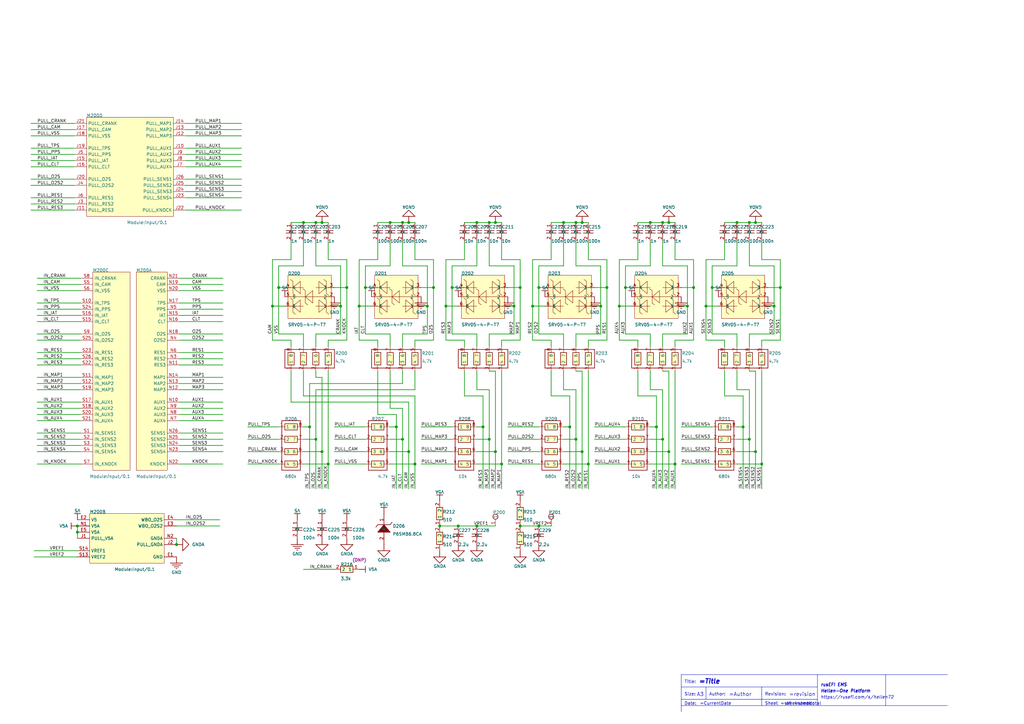
<source format=kicad_sch>
(kicad_sch (version 20210406) (generator eeschema)
  (paper "A3")
  (title_block (title "Hellen-One: Input") (rev "0.1"))
  (junction (at 31.75 215.7222) (diameter 1.016))
  (junction (at 31.75 218.2622) (diameter 1.016))
  (junction (at 72.39 223.3422) (diameter 1.016))
  (junction (at 111.76 125.5522) (diameter 1.016))
  (junction (at 114.3 117.9322) (diameter 1.016))
  (junction (at 124.46 91.2622) (diameter 1.016))
  (junction (at 127 175.0822) (diameter 1.016))
  (junction (at 129.54 91.2622) (diameter 1.016))
  (junction (at 129.54 180.1622) (diameter 1.016))
  (junction (at 132.08 91.2622) (diameter 1.016))
  (junction (at 132.08 185.2422) (diameter 1.016))
  (junction (at 134.62 190.3222) (diameter 1.016))
  (junction (at 139.7 125.5522) (diameter 1.016))
  (junction (at 142.24 117.9322) (diameter 1.016))
  (junction (at 147.32 125.5522) (diameter 1.016))
  (junction (at 149.86 117.9322) (diameter 1.016))
  (junction (at 160.02 91.2622) (diameter 1.016))
  (junction (at 162.56 175.0822) (diameter 1.016))
  (junction (at 165.1 91.2622) (diameter 1.016))
  (junction (at 165.1 180.1622) (diameter 1.016))
  (junction (at 167.64 91.2622) (diameter 1.016))
  (junction (at 167.64 185.2422) (diameter 1.016))
  (junction (at 170.18 190.3222) (diameter 1.016))
  (junction (at 175.26 125.5522) (diameter 1.016))
  (junction (at 177.8 117.9322) (diameter 1.016))
  (junction (at 180.34 215.7222) (diameter 1.016))
  (junction (at 182.88 125.5522) (diameter 1.016))
  (junction (at 185.42 117.9322) (diameter 1.016))
  (junction (at 187.96 215.7222) (diameter 1.016))
  (junction (at 195.58 91.2622) (diameter 1.016))
  (junction (at 195.58 215.7222) (diameter 1.016))
  (junction (at 198.12 175.0822) (diameter 1.016))
  (junction (at 200.66 91.2622) (diameter 1.016))
  (junction (at 200.66 180.1622) (diameter 1.016))
  (junction (at 203.2 91.2622) (diameter 1.016))
  (junction (at 203.2 185.2422) (diameter 1.016))
  (junction (at 205.74 190.3222) (diameter 1.016))
  (junction (at 210.82 125.5522) (diameter 1.016))
  (junction (at 213.36 117.9322) (diameter 1.016))
  (junction (at 213.36 215.7222) (diameter 1.016))
  (junction (at 218.44 125.5522) (diameter 1.016))
  (junction (at 220.98 117.9322) (diameter 1.016))
  (junction (at 220.98 215.7222) (diameter 1.016))
  (junction (at 231.14 91.2622) (diameter 1.016))
  (junction (at 233.68 175.0822) (diameter 1.016))
  (junction (at 236.22 91.2622) (diameter 1.016))
  (junction (at 236.22 180.1622) (diameter 1.016))
  (junction (at 238.76 91.2622) (diameter 1.016))
  (junction (at 238.76 185.2422) (diameter 1.016))
  (junction (at 241.3 190.3222) (diameter 1.016))
  (junction (at 246.38 125.5522) (diameter 1.016))
  (junction (at 248.92 117.9322) (diameter 1.016))
  (junction (at 254 125.5522) (diameter 1.016))
  (junction (at 256.54 117.9322) (diameter 1.016))
  (junction (at 266.7 91.2622) (diameter 1.016))
  (junction (at 269.24 175.0822) (diameter 1.016))
  (junction (at 271.78 91.2622) (diameter 1.016))
  (junction (at 271.78 180.1622) (diameter 1.016))
  (junction (at 274.32 91.2622) (diameter 1.016))
  (junction (at 274.32 185.2422) (diameter 1.016))
  (junction (at 276.86 190.3222) (diameter 1.016))
  (junction (at 281.94 125.5522) (diameter 1.016))
  (junction (at 284.48 117.9322) (diameter 1.016))
  (junction (at 289.56 125.5522) (diameter 1.016))
  (junction (at 292.1 117.9322) (diameter 1.016))
  (junction (at 302.26 91.2622) (diameter 1.016))
  (junction (at 304.8 175.0822) (diameter 1.016))
  (junction (at 307.34 91.2622) (diameter 1.016))
  (junction (at 307.34 180.1622) (diameter 1.016))
  (junction (at 309.88 91.2622) (diameter 1.016))
  (junction (at 309.88 185.2422) (diameter 1.016))
  (junction (at 312.42 190.3222) (diameter 1.016))
  (junction (at 317.5 125.5522) (diameter 1.016))
  (junction (at 320.04 117.9322) (diameter 1.016))
  (wire (pts (xy 15.24 154.7622) (xy 33.02 154.7622)) (stroke (width 0.254)))
  (wire (pts (xy 15.24 157.3022) (xy 33.02 157.3022)) (stroke (width 0.254)))
  (wire (pts (xy 15.24 159.8422) (xy 33.02 159.8422)) (stroke (width 0.254)))
  (wire (pts (xy 15.24 164.9222) (xy 33.02 164.9222)) (stroke (width 0.254)))
  (wire (pts (xy 15.24 167.4622) (xy 33.02 167.4622)) (stroke (width 0.254)))
  (wire (pts (xy 15.24 170.0022) (xy 33.02 170.0022)) (stroke (width 0.254)))
  (wire (pts (xy 15.24 172.5422) (xy 33.02 172.5422)) (stroke (width 0.254)))
  (wire (pts (xy 15.24 177.6222) (xy 33.02 177.6222)) (stroke (width 0.254)))
  (wire (pts (xy 15.24 180.1622) (xy 33.02 180.1622)) (stroke (width 0.254)))
  (wire (pts (xy 15.24 182.7022) (xy 33.02 182.7022)) (stroke (width 0.254)))
  (wire (pts (xy 15.24 185.2422) (xy 33.02 185.2422)) (stroke (width 0.254)))
  (wire (pts (xy 15.24 190.3222) (xy 33.02 190.3222)) (stroke (width 0.254)))
  (wire (pts (xy 30.48 50.6222) (xy 12.7 50.6222)) (stroke (width 0.254)))
  (wire (pts (xy 30.48 53.1622) (xy 12.7 53.1622)) (stroke (width 0.254)))
  (wire (pts (xy 30.48 55.7022) (xy 12.7 55.7022)) (stroke (width 0.254)))
  (wire (pts (xy 30.48 60.7822) (xy 12.7 60.7822)) (stroke (width 0.254)))
  (wire (pts (xy 30.48 63.3222) (xy 12.7 63.3222)) (stroke (width 0.254)))
  (wire (pts (xy 30.48 65.8622) (xy 12.7 65.8622)) (stroke (width 0.254)))
  (wire (pts (xy 30.48 68.4022) (xy 12.7 68.4022)) (stroke (width 0.254)))
  (wire (pts (xy 30.48 73.4822) (xy 12.7 73.4822)) (stroke (width 0.254)))
  (wire (pts (xy 30.48 76.0222) (xy 12.7 76.0222)) (stroke (width 0.254)))
  (wire (pts (xy 30.48 81.1022) (xy 12.7 81.1022)) (stroke (width 0.254)))
  (wire (pts (xy 30.48 83.6422) (xy 12.7 83.6422)) (stroke (width 0.254)))
  (wire (pts (xy 30.48 86.1822) (xy 12.7 86.1822)) (stroke (width 0.254)))
  (wire (pts (xy 31.75 215.7222) (xy 31.75 218.2622)) (stroke (width 0.254)))
  (wire (pts (xy 31.75 218.2622) (xy 31.75 220.8022)) (stroke (width 0.254)))
  (wire (pts (xy 31.75 225.8822) (xy 13.97 225.8822)) (stroke (width 0.254)))
  (wire (pts (xy 31.75 228.4222) (xy 13.97 228.4222)) (stroke (width 0.254)))
  (wire (pts (xy 33.02 114.1222) (xy 15.24 114.1222)) (stroke (width 0.254)))
  (wire (pts (xy 33.02 116.6622) (xy 15.24 116.6622)) (stroke (width 0.254)))
  (wire (pts (xy 33.02 119.2022) (xy 15.24 119.2022)) (stroke (width 0.254)))
  (wire (pts (xy 33.02 124.2822) (xy 15.24 124.2822)) (stroke (width 0.254)))
  (wire (pts (xy 33.02 126.8222) (xy 15.24 126.8222)) (stroke (width 0.254)))
  (wire (pts (xy 33.02 129.3622) (xy 15.24 129.3622)) (stroke (width 0.254)))
  (wire (pts (xy 33.02 131.9022) (xy 15.24 131.9022)) (stroke (width 0.254)))
  (wire (pts (xy 33.02 136.9822) (xy 15.24 136.9822)) (stroke (width 0.254)))
  (wire (pts (xy 33.02 139.5222) (xy 15.24 139.5222)) (stroke (width 0.254)))
  (wire (pts (xy 33.02 144.6022) (xy 15.24 144.6022)) (stroke (width 0.254)))
  (wire (pts (xy 33.02 147.1422) (xy 15.24 147.1422)) (stroke (width 0.254)))
  (wire (pts (xy 33.02 149.6822) (xy 15.24 149.6822)) (stroke (width 0.254)))
  (wire (pts (xy 72.39 220.8022) (xy 72.39 223.3422)) (stroke (width 0.254)))
  (wire (pts (xy 73.66 154.7622) (xy 91.44 154.7622)) (stroke (width 0.254)))
  (wire (pts (xy 73.66 157.3022) (xy 91.44 157.3022)) (stroke (width 0.254)))
  (wire (pts (xy 73.66 159.8422) (xy 91.44 159.8422)) (stroke (width 0.254)))
  (wire (pts (xy 73.66 164.9222) (xy 91.44 164.9222)) (stroke (width 0.254)))
  (wire (pts (xy 73.66 167.4622) (xy 91.44 167.4622)) (stroke (width 0.254)))
  (wire (pts (xy 73.66 170.0022) (xy 91.44 170.0022)) (stroke (width 0.254)))
  (wire (pts (xy 73.66 172.5422) (xy 91.44 172.5422)) (stroke (width 0.254)))
  (wire (pts (xy 73.66 177.6222) (xy 91.44 177.6222)) (stroke (width 0.254)))
  (wire (pts (xy 73.66 180.1622) (xy 91.44 180.1622)) (stroke (width 0.254)))
  (wire (pts (xy 73.66 182.7022) (xy 91.44 182.7022)) (stroke (width 0.254)))
  (wire (pts (xy 73.66 185.2422) (xy 91.44 185.2422)) (stroke (width 0.254)))
  (wire (pts (xy 73.66 190.3222) (xy 91.44 190.3222)) (stroke (width 0.254)))
  (wire (pts (xy 76.2 50.6222) (xy 99.06 50.6222)) (stroke (width 0.254)))
  (wire (pts (xy 76.2 53.1622) (xy 99.06 53.1622)) (stroke (width 0.254)))
  (wire (pts (xy 76.2 55.7022) (xy 99.06 55.7022)) (stroke (width 0.254)))
  (wire (pts (xy 76.2 60.7822) (xy 99.06 60.7822)) (stroke (width 0.254)))
  (wire (pts (xy 76.2 63.3222) (xy 99.06 63.3222)) (stroke (width 0.254)))
  (wire (pts (xy 76.2 65.8622) (xy 99.06 65.8622)) (stroke (width 0.254)))
  (wire (pts (xy 76.2 68.4022) (xy 99.06 68.4022)) (stroke (width 0.254)))
  (wire (pts (xy 76.2 73.4822) (xy 99.06 73.4822)) (stroke (width 0.254)))
  (wire (pts (xy 76.2 76.0222) (xy 99.06 76.0222)) (stroke (width 0.254)))
  (wire (pts (xy 76.2 78.5622) (xy 99.06 78.5622)) (stroke (width 0.254)))
  (wire (pts (xy 76.2 81.1022) (xy 99.06 81.1022)) (stroke (width 0.254)))
  (wire (pts (xy 76.2 86.1822) (xy 99.06 86.1822)) (stroke (width 0.254)))
  (wire (pts (xy 90.17 213.1822) (xy 72.39 213.1822)) (stroke (width 0.254)))
  (wire (pts (xy 90.17 215.7222) (xy 72.39 215.7222)) (stroke (width 0.254)))
  (wire (pts (xy 91.44 114.1222) (xy 73.66 114.1222)) (stroke (width 0.254)))
  (wire (pts (xy 91.44 116.6622) (xy 73.66 116.6622)) (stroke (width 0.254)))
  (wire (pts (xy 91.44 119.2022) (xy 73.66 119.2022)) (stroke (width 0.254)))
  (wire (pts (xy 91.44 124.2822) (xy 73.66 124.2822)) (stroke (width 0.254)))
  (wire (pts (xy 91.44 126.8222) (xy 73.66 126.8222)) (stroke (width 0.254)))
  (wire (pts (xy 91.44 129.3622) (xy 73.66 129.3622)) (stroke (width 0.254)))
  (wire (pts (xy 91.44 131.9022) (xy 73.66 131.9022)) (stroke (width 0.254)))
  (wire (pts (xy 91.44 136.9822) (xy 73.66 136.9822)) (stroke (width 0.254)))
  (wire (pts (xy 91.44 139.5222) (xy 73.66 139.5222)) (stroke (width 0.254)))
  (wire (pts (xy 91.44 144.6022) (xy 73.66 144.6022)) (stroke (width 0.254)))
  (wire (pts (xy 91.44 147.1422) (xy 73.66 147.1422)) (stroke (width 0.254)))
  (wire (pts (xy 91.44 149.6822) (xy 73.66 149.6822)) (stroke (width 0.254)))
  (wire (pts (xy 111.76 106.5022) (xy 119.38 106.5022)) (stroke (width 0.254)))
  (wire (pts (xy 111.76 125.5522) (xy 111.76 106.5022)) (stroke (width 0.254)))
  (wire (pts (xy 111.76 139.5222) (xy 111.76 125.5522)) (stroke (width 0.254)))
  (wire (pts (xy 114.3 109.0422) (xy 124.46 109.0422)) (stroke (width 0.254)))
  (wire (pts (xy 114.3 117.9322) (xy 114.3 109.0422)) (stroke (width 0.254)))
  (wire (pts (xy 114.3 117.9322) (xy 116.84 117.9322)) (stroke (width 0.254)))
  (wire (pts (xy 114.3 136.9822) (xy 114.3 117.9322)) (stroke (width 0.254)))
  (wire (pts (xy 114.3 175.0822) (xy 101.6 175.0822)) (stroke (width 0.254)))
  (wire (pts (xy 114.3 180.1622) (xy 101.6 180.1622)) (stroke (width 0.254)))
  (wire (pts (xy 114.3 185.2422) (xy 101.6 185.2422)) (stroke (width 0.254)))
  (wire (pts (xy 114.3 190.3222) (xy 101.6 190.3222)) (stroke (width 0.254)))
  (wire (pts (xy 116.84 125.5522) (xy 111.76 125.5522)) (stroke (width 0.254)))
  (wire (pts (xy 119.38 106.5022) (xy 119.38 98.8822)) (stroke (width 0.254)))
  (wire (pts (xy 119.38 139.5222) (xy 111.76 139.5222)) (stroke (width 0.254)))
  (wire (pts (xy 119.38 142.0622) (xy 119.38 139.5222)) (stroke (width 0.254)))
  (wire (pts (xy 119.38 152.2222) (xy 119.38 164.9222)) (stroke (width 0.254)))
  (wire (pts (xy 119.38 164.9222) (xy 167.64 164.9222)) (stroke (width 0.254)))
  (wire (pts (xy 124.46 91.2622) (xy 119.38 91.2622)) (stroke (width 0.254)))
  (wire (pts (xy 124.46 109.0422) (xy 124.46 98.8822)) (stroke (width 0.254)))
  (wire (pts (xy 124.46 136.9822) (xy 114.3 136.9822)) (stroke (width 0.254)))
  (wire (pts (xy 124.46 142.0622) (xy 124.46 136.9822)) (stroke (width 0.254)))
  (wire (pts (xy 124.46 162.3822) (xy 124.46 152.2222)) (stroke (width 0.254)))
  (wire (pts (xy 124.46 175.0822) (xy 127 175.0822)) (stroke (width 0.254)))
  (wire (pts (xy 124.46 180.1622) (xy 129.54 180.1622)) (stroke (width 0.254)))
  (wire (pts (xy 124.46 185.2422) (xy 132.08 185.2422)) (stroke (width 0.254)))
  (wire (pts (xy 124.46 190.3222) (xy 134.62 190.3222)) (stroke (width 0.254)))
  (wire (pts (xy 124.46 233.5022) (xy 137.16 233.5022)) (stroke (width 0.254)))
  (wire (pts (xy 127 157.3022) (xy 165.1 157.3022)) (stroke (width 0.254)))
  (wire (pts (xy 127 175.0822) (xy 127 157.3022)) (stroke (width 0.254)))
  (wire (pts (xy 127 200.4822) (xy 127 175.0822)) (stroke (width 0.254)))
  (wire (pts (xy 129.54 91.2622) (xy 124.46 91.2622)) (stroke (width 0.254)))
  (wire (pts (xy 129.54 109.0422) (xy 129.54 98.8822)) (stroke (width 0.254)))
  (wire (pts (xy 129.54 136.9822) (xy 139.7 136.9822)) (stroke (width 0.254)))
  (wire (pts (xy 129.54 142.0622) (xy 129.54 136.9822)) (stroke (width 0.254)))
  (wire (pts (xy 129.54 152.2222) (xy 129.54 154.7622)) (stroke (width 0.254)))
  (wire (pts (xy 129.54 154.7622) (xy 132.08 154.7622)) (stroke (width 0.254)))
  (wire (pts (xy 129.54 159.8422) (xy 170.18 159.8422)) (stroke (width 0.254)))
  (wire (pts (xy 129.54 180.1622) (xy 129.54 159.8422)) (stroke (width 0.254)))
  (wire (pts (xy 129.54 200.4822) (xy 129.54 180.1622)) (stroke (width 0.254)))
  (wire (pts (xy 132.08 91.2622) (xy 129.54 91.2622)) (stroke (width 0.254)))
  (wire (pts (xy 132.08 91.2622) (xy 134.62 91.2622)) (stroke (width 0.254)))
  (wire (pts (xy 132.08 154.7622) (xy 132.08 185.2422)) (stroke (width 0.254)))
  (wire (pts (xy 132.08 185.2422) (xy 132.08 200.4822)) (stroke (width 0.254)))
  (wire (pts (xy 134.62 98.8822) (xy 134.62 106.5022)) (stroke (width 0.254)))
  (wire (pts (xy 134.62 106.5022) (xy 142.24 106.5022)) (stroke (width 0.254)))
  (wire (pts (xy 134.62 139.5222) (xy 142.24 139.5222)) (stroke (width 0.254)))
  (wire (pts (xy 134.62 142.0622) (xy 134.62 139.5222)) (stroke (width 0.254)))
  (wire (pts (xy 134.62 190.3222) (xy 134.62 152.2222)) (stroke (width 0.254)))
  (wire (pts (xy 134.62 200.4822) (xy 134.62 190.3222)) (stroke (width 0.254)))
  (wire (pts (xy 137.16 125.5522) (xy 139.7 125.5522)) (stroke (width 0.254)))
  (wire (pts (xy 139.7 109.0422) (xy 129.54 109.0422)) (stroke (width 0.254)))
  (wire (pts (xy 139.7 125.5522) (xy 139.7 109.0422)) (stroke (width 0.254)))
  (wire (pts (xy 139.7 136.9822) (xy 139.7 125.5522)) (stroke (width 0.254)))
  (wire (pts (xy 142.24 106.5022) (xy 142.24 117.9322)) (stroke (width 0.254)))
  (wire (pts (xy 142.24 117.9322) (xy 137.16 117.9322)) (stroke (width 0.254)))
  (wire (pts (xy 142.24 139.5222) (xy 142.24 117.9322)) (stroke (width 0.254)))
  (wire (pts (xy 147.32 106.5022) (xy 154.94 106.5022)) (stroke (width 0.254)))
  (wire (pts (xy 147.32 125.5522) (xy 147.32 106.5022)) (stroke (width 0.254)))
  (wire (pts (xy 147.32 139.5222) (xy 147.32 125.5522)) (stroke (width 0.254)))
  (wire (pts (xy 149.86 109.0422) (xy 160.02 109.0422)) (stroke (width 0.254)))
  (wire (pts (xy 149.86 117.9322) (xy 149.86 109.0422)) (stroke (width 0.254)))
  (wire (pts (xy 149.86 117.9322) (xy 152.4 117.9322)) (stroke (width 0.254)))
  (wire (pts (xy 149.86 136.9822) (xy 149.86 117.9322)) (stroke (width 0.254)))
  (wire (pts (xy 149.86 175.0822) (xy 137.16 175.0822)) (stroke (width 0.254)))
  (wire (pts (xy 149.86 180.1622) (xy 137.16 180.1622)) (stroke (width 0.254)))
  (wire (pts (xy 149.86 185.2422) (xy 137.16 185.2422)) (stroke (width 0.254)))
  (wire (pts (xy 149.86 190.3222) (xy 137.16 190.3222)) (stroke (width 0.254)))
  (wire (pts (xy 152.4 125.5522) (xy 147.32 125.5522)) (stroke (width 0.254)))
  (wire (pts (xy 154.94 106.5022) (xy 154.94 98.8822)) (stroke (width 0.254)))
  (wire (pts (xy 154.94 139.5222) (xy 147.32 139.5222)) (stroke (width 0.254)))
  (wire (pts (xy 154.94 142.0622) (xy 154.94 139.5222)) (stroke (width 0.254)))
  (wire (pts (xy 154.94 152.2222) (xy 154.94 170.0022)) (stroke (width 0.254)))
  (wire (pts (xy 154.94 170.0022) (xy 162.56 170.0022)) (stroke (width 0.254)))
  (wire (pts (xy 160.02 91.2622) (xy 154.94 91.2622)) (stroke (width 0.254)))
  (wire (pts (xy 160.02 109.0422) (xy 160.02 98.8822)) (stroke (width 0.254)))
  (wire (pts (xy 160.02 136.9822) (xy 149.86 136.9822)) (stroke (width 0.254)))
  (wire (pts (xy 160.02 142.0622) (xy 160.02 136.9822)) (stroke (width 0.254)))
  (wire (pts (xy 160.02 167.4622) (xy 160.02 152.2222)) (stroke (width 0.254)))
  (wire (pts (xy 160.02 175.0822) (xy 162.56 175.0822)) (stroke (width 0.254)))
  (wire (pts (xy 160.02 180.1622) (xy 165.1 180.1622)) (stroke (width 0.254)))
  (wire (pts (xy 160.02 185.2422) (xy 167.64 185.2422)) (stroke (width 0.254)))
  (wire (pts (xy 160.02 190.3222) (xy 170.18 190.3222)) (stroke (width 0.254)))
  (wire (pts (xy 162.56 170.0022) (xy 162.56 175.0822)) (stroke (width 0.254)))
  (wire (pts (xy 162.56 175.0822) (xy 162.56 200.4822)) (stroke (width 0.254)))
  (wire (pts (xy 165.1 91.2622) (xy 160.02 91.2622)) (stroke (width 0.254)))
  (wire (pts (xy 165.1 109.0422) (xy 165.1 98.8822)) (stroke (width 0.254)))
  (wire (pts (xy 165.1 136.9822) (xy 175.26 136.9822)) (stroke (width 0.254)))
  (wire (pts (xy 165.1 142.0622) (xy 165.1 136.9822)) (stroke (width 0.254)))
  (wire (pts (xy 165.1 157.3022) (xy 165.1 152.2222)) (stroke (width 0.254)))
  (wire (pts (xy 165.1 167.4622) (xy 160.02 167.4622)) (stroke (width 0.254)))
  (wire (pts (xy 165.1 180.1622) (xy 165.1 167.4622)) (stroke (width 0.254)))
  (wire (pts (xy 165.1 200.4822) (xy 165.1 180.1622)) (stroke (width 0.254)))
  (wire (pts (xy 167.64 91.2622) (xy 165.1 91.2622)) (stroke (width 0.254)))
  (wire (pts (xy 167.64 91.2622) (xy 170.18 91.2622)) (stroke (width 0.254)))
  (wire (pts (xy 167.64 164.9222) (xy 167.64 185.2422)) (stroke (width 0.254)))
  (wire (pts (xy 167.64 185.2422) (xy 167.64 200.4822)) (stroke (width 0.254)))
  (wire (pts (xy 170.18 98.8822) (xy 170.18 106.5022)) (stroke (width 0.254)))
  (wire (pts (xy 170.18 106.5022) (xy 177.8 106.5022)) (stroke (width 0.254)))
  (wire (pts (xy 170.18 139.5222) (xy 177.8 139.5222)) (stroke (width 0.254)))
  (wire (pts (xy 170.18 142.0622) (xy 170.18 139.5222)) (stroke (width 0.254)))
  (wire (pts (xy 170.18 159.8422) (xy 170.18 152.2222)) (stroke (width 0.254)))
  (wire (pts (xy 170.18 162.3822) (xy 124.46 162.3822)) (stroke (width 0.254)))
  (wire (pts (xy 170.18 190.3222) (xy 170.18 162.3822)) (stroke (width 0.254)))
  (wire (pts (xy 170.18 200.4822) (xy 170.18 190.3222)) (stroke (width 0.254)))
  (wire (pts (xy 175.26 109.0422) (xy 165.1 109.0422)) (stroke (width 0.254)))
  (wire (pts (xy 175.26 125.5522) (xy 172.72 125.5522)) (stroke (width 0.254)))
  (wire (pts (xy 175.26 125.5522) (xy 175.26 109.0422)) (stroke (width 0.254)))
  (wire (pts (xy 175.26 136.9822) (xy 175.26 125.5522)) (stroke (width 0.254)))
  (wire (pts (xy 177.8 106.5022) (xy 177.8 117.9322)) (stroke (width 0.254)))
  (wire (pts (xy 177.8 117.9322) (xy 172.72 117.9322)) (stroke (width 0.254)))
  (wire (pts (xy 177.8 139.5222) (xy 177.8 117.9322)) (stroke (width 0.254)))
  (wire (pts (xy 180.34 215.7222) (xy 187.96 215.7222)) (stroke (width 0.254)))
  (wire (pts (xy 182.88 106.5022) (xy 190.5 106.5022)) (stroke (width 0.254)))
  (wire (pts (xy 182.88 125.5522) (xy 182.88 106.5022)) (stroke (width 0.254)))
  (wire (pts (xy 182.88 139.5222) (xy 182.88 125.5522)) (stroke (width 0.254)))
  (wire (pts (xy 185.42 109.0422) (xy 195.58 109.0422)) (stroke (width 0.254)))
  (wire (pts (xy 185.42 117.9322) (xy 185.42 109.0422)) (stroke (width 0.254)))
  (wire (pts (xy 185.42 117.9322) (xy 187.96 117.9322)) (stroke (width 0.254)))
  (wire (pts (xy 185.42 136.9822) (xy 185.42 117.9322)) (stroke (width 0.254)))
  (wire (pts (xy 185.42 175.0822) (xy 172.72 175.0822)) (stroke (width 0.254)))
  (wire (pts (xy 185.42 180.1622) (xy 172.72 180.1622)) (stroke (width 0.254)))
  (wire (pts (xy 185.42 185.2422) (xy 172.72 185.2422)) (stroke (width 0.254)))
  (wire (pts (xy 185.42 190.3222) (xy 172.72 190.3222)) (stroke (width 0.254)))
  (wire (pts (xy 187.96 125.5522) (xy 182.88 125.5522)) (stroke (width 0.254)))
  (wire (pts (xy 187.96 215.7222) (xy 195.58 215.7222)) (stroke (width 0.254)))
  (wire (pts (xy 190.5 106.5022) (xy 190.5 98.8822)) (stroke (width 0.254)))
  (wire (pts (xy 190.5 139.5222) (xy 182.88 139.5222)) (stroke (width 0.254)))
  (wire (pts (xy 190.5 142.0622) (xy 190.5 139.5222)) (stroke (width 0.254)))
  (wire (pts (xy 190.5 162.3822) (xy 190.5 152.2222)) (stroke (width 0.254)))
  (wire (pts (xy 195.58 91.2622) (xy 190.5 91.2622)) (stroke (width 0.254)))
  (wire (pts (xy 195.58 109.0422) (xy 195.58 98.8822)) (stroke (width 0.254)))
  (wire (pts (xy 195.58 136.9822) (xy 185.42 136.9822)) (stroke (width 0.254)))
  (wire (pts (xy 195.58 142.0622) (xy 195.58 136.9822)) (stroke (width 0.254)))
  (wire (pts (xy 195.58 159.8422) (xy 195.58 152.2222)) (stroke (width 0.254)))
  (wire (pts (xy 195.58 175.0822) (xy 198.12 175.0822)) (stroke (width 0.254)))
  (wire (pts (xy 195.58 180.1622) (xy 200.66 180.1622)) (stroke (width 0.254)))
  (wire (pts (xy 195.58 185.2422) (xy 203.2 185.2422)) (stroke (width 0.254)))
  (wire (pts (xy 195.58 190.3222) (xy 205.74 190.3222)) (stroke (width 0.254)))
  (wire (pts (xy 195.58 215.7222) (xy 203.2 215.7222)) (stroke (width 0.254)))
  (wire (pts (xy 198.12 162.3822) (xy 190.5 162.3822)) (stroke (width 0.254)))
  (wire (pts (xy 198.12 175.0822) (xy 198.12 162.3822)) (stroke (width 0.254)))
  (wire (pts (xy 198.12 175.0822) (xy 198.12 200.4822)) (stroke (width 0.254)))
  (wire (pts (xy 200.66 91.2622) (xy 195.58 91.2622)) (stroke (width 0.254)))
  (wire (pts (xy 200.66 109.0422) (xy 200.66 98.8822)) (stroke (width 0.254)))
  (wire (pts (xy 200.66 136.9822) (xy 210.82 136.9822)) (stroke (width 0.254)))
  (wire (pts (xy 200.66 142.0622) (xy 200.66 136.9822)) (stroke (width 0.254)))
  (wire (pts (xy 200.66 159.8422) (xy 195.58 159.8422)) (stroke (width 0.254)))
  (wire (pts (xy 200.66 180.1622) (xy 200.66 159.8422)) (stroke (width 0.254)))
  (wire (pts (xy 200.66 200.4822) (xy 200.66 180.1622)) (stroke (width 0.254)))
  (wire (pts (xy 203.2 91.2622) (xy 200.66 91.2622)) (stroke (width 0.254)))
  (wire (pts (xy 203.2 91.2622) (xy 205.74 91.2622)) (stroke (width 0.254)))
  (wire (pts (xy 203.2 152.2222) (xy 200.66 152.2222)) (stroke (width 0.254)))
  (wire (pts (xy 203.2 185.2422) (xy 203.2 152.2222)) (stroke (width 0.254)))
  (wire (pts (xy 203.2 200.4822) (xy 203.2 185.2422)) (stroke (width 0.254)))
  (wire (pts (xy 205.74 98.8822) (xy 205.74 106.5022)) (stroke (width 0.254)))
  (wire (pts (xy 205.74 106.5022) (xy 213.36 106.5022)) (stroke (width 0.254)))
  (wire (pts (xy 205.74 139.5222) (xy 213.36 139.5222)) (stroke (width 0.254)))
  (wire (pts (xy 205.74 142.0622) (xy 205.74 139.5222)) (stroke (width 0.254)))
  (wire (pts (xy 205.74 190.3222) (xy 205.74 152.2222)) (stroke (width 0.254)))
  (wire (pts (xy 205.74 200.4822) (xy 205.74 190.3222)) (stroke (width 0.254)))
  (wire (pts (xy 208.28 125.5522) (xy 210.82 125.5522)) (stroke (width 0.254)))
  (wire (pts (xy 210.82 109.0422) (xy 200.66 109.0422)) (stroke (width 0.254)))
  (wire (pts (xy 210.82 125.5522) (xy 210.82 109.0422)) (stroke (width 0.254)))
  (wire (pts (xy 210.82 136.9822) (xy 210.82 125.5522)) (stroke (width 0.254)))
  (wire (pts (xy 213.36 106.5022) (xy 213.36 117.9322)) (stroke (width 0.254)))
  (wire (pts (xy 213.36 117.9322) (xy 208.28 117.9322)) (stroke (width 0.254)))
  (wire (pts (xy 213.36 139.5222) (xy 213.36 117.9322)) (stroke (width 0.254)))
  (wire (pts (xy 213.36 215.7222) (xy 220.98 215.7222)) (stroke (width 0.254)))
  (wire (pts (xy 218.44 106.5022) (xy 226.06 106.5022)) (stroke (width 0.254)))
  (wire (pts (xy 218.44 125.5522) (xy 218.44 106.5022)) (stroke (width 0.254)))
  (wire (pts (xy 218.44 139.5222) (xy 218.44 125.5522)) (stroke (width 0.254)))
  (wire (pts (xy 220.98 109.0422) (xy 231.14 109.0422)) (stroke (width 0.254)))
  (wire (pts (xy 220.98 117.9322) (xy 220.98 109.0422)) (stroke (width 0.254)))
  (wire (pts (xy 220.98 117.9322) (xy 223.52 117.9322)) (stroke (width 0.254)))
  (wire (pts (xy 220.98 136.9822) (xy 220.98 117.9322)) (stroke (width 0.254)))
  (wire (pts (xy 220.98 175.0822) (xy 208.28 175.0822)) (stroke (width 0.254)))
  (wire (pts (xy 220.98 180.1622) (xy 208.28 180.1622)) (stroke (width 0.254)))
  (wire (pts (xy 220.98 185.2422) (xy 208.28 185.2422)) (stroke (width 0.254)))
  (wire (pts (xy 220.98 190.3222) (xy 208.28 190.3222)) (stroke (width 0.254)))
  (wire (pts (xy 220.98 215.7222) (xy 226.06 215.7222)) (stroke (width 0.254)))
  (wire (pts (xy 223.52 125.5522) (xy 218.44 125.5522)) (stroke (width 0.254)))
  (wire (pts (xy 226.06 106.5022) (xy 226.06 98.8822)) (stroke (width 0.254)))
  (wire (pts (xy 226.06 139.5222) (xy 218.44 139.5222)) (stroke (width 0.254)))
  (wire (pts (xy 226.06 142.0622) (xy 226.06 139.5222)) (stroke (width 0.254)))
  (wire (pts (xy 226.06 162.3822) (xy 226.06 152.2222)) (stroke (width 0.254)))
  (wire (pts (xy 231.14 91.2622) (xy 226.06 91.2622)) (stroke (width 0.254)))
  (wire (pts (xy 231.14 109.0422) (xy 231.14 98.8822)) (stroke (width 0.254)))
  (wire (pts (xy 231.14 136.9822) (xy 220.98 136.9822)) (stroke (width 0.254)))
  (wire (pts (xy 231.14 142.0622) (xy 231.14 136.9822)) (stroke (width 0.254)))
  (wire (pts (xy 231.14 159.8422) (xy 231.14 152.2222)) (stroke (width 0.254)))
  (wire (pts (xy 231.14 175.0822) (xy 233.68 175.0822)) (stroke (width 0.254)))
  (wire (pts (xy 231.14 180.1622) (xy 236.22 180.1622)) (stroke (width 0.254)))
  (wire (pts (xy 231.14 185.2422) (xy 238.76 185.2422)) (stroke (width 0.254)))
  (wire (pts (xy 231.14 190.3222) (xy 241.3 190.3222)) (stroke (width 0.254)))
  (wire (pts (xy 233.68 162.3822) (xy 226.06 162.3822)) (stroke (width 0.254)))
  (wire (pts (xy 233.68 175.0822) (xy 233.68 162.3822)) (stroke (width 0.254)))
  (wire (pts (xy 233.68 200.4822) (xy 233.68 175.0822)) (stroke (width 0.254)))
  (wire (pts (xy 236.22 91.2622) (xy 231.14 91.2622)) (stroke (width 0.254)))
  (wire (pts (xy 236.22 109.0422) (xy 236.22 98.8822)) (stroke (width 0.254)))
  (wire (pts (xy 236.22 136.9822) (xy 246.38 136.9822)) (stroke (width 0.254)))
  (wire (pts (xy 236.22 142.0622) (xy 236.22 136.9822)) (stroke (width 0.254)))
  (wire (pts (xy 236.22 159.8422) (xy 231.14 159.8422)) (stroke (width 0.254)))
  (wire (pts (xy 236.22 180.1622) (xy 236.22 159.8422)) (stroke (width 0.254)))
  (wire (pts (xy 236.22 200.4822) (xy 236.22 180.1622)) (stroke (width 0.254)))
  (wire (pts (xy 238.76 91.2622) (xy 236.22 91.2622)) (stroke (width 0.254)))
  (wire (pts (xy 238.76 91.2622) (xy 241.3 91.2622)) (stroke (width 0.254)))
  (wire (pts (xy 238.76 152.2222) (xy 236.22 152.2222)) (stroke (width 0.254)))
  (wire (pts (xy 238.76 185.2422) (xy 238.76 152.2222)) (stroke (width 0.254)))
  (wire (pts (xy 238.76 200.4822) (xy 238.76 185.2422)) (stroke (width 0.254)))
  (wire (pts (xy 241.3 98.8822) (xy 241.3 106.5022)) (stroke (width 0.254)))
  (wire (pts (xy 241.3 106.5022) (xy 248.92 106.5022)) (stroke (width 0.254)))
  (wire (pts (xy 241.3 139.5222) (xy 248.92 139.5222)) (stroke (width 0.254)))
  (wire (pts (xy 241.3 142.0622) (xy 241.3 139.5222)) (stroke (width 0.254)))
  (wire (pts (xy 241.3 190.3222) (xy 241.3 152.2222)) (stroke (width 0.254)))
  (wire (pts (xy 241.3 200.4822) (xy 241.3 190.3222)) (stroke (width 0.254)))
  (wire (pts (xy 243.84 125.5522) (xy 246.38 125.5522)) (stroke (width 0.254)))
  (wire (pts (xy 246.38 109.0422) (xy 236.22 109.0422)) (stroke (width 0.254)))
  (wire (pts (xy 246.38 125.5522) (xy 246.38 109.0422)) (stroke (width 0.254)))
  (wire (pts (xy 246.38 136.9822) (xy 246.38 125.5522)) (stroke (width 0.254)))
  (wire (pts (xy 248.92 106.5022) (xy 248.92 117.9322)) (stroke (width 0.254)))
  (wire (pts (xy 248.92 117.9322) (xy 243.84 117.9322)) (stroke (width 0.254)))
  (wire (pts (xy 248.92 139.5222) (xy 248.92 117.9322)) (stroke (width 0.254)))
  (wire (pts (xy 254 106.5022) (xy 261.62 106.5022)) (stroke (width 0.254)))
  (wire (pts (xy 254 125.5522) (xy 254 106.5022)) (stroke (width 0.254)))
  (wire (pts (xy 254 139.5222) (xy 254 125.5522)) (stroke (width 0.254)))
  (wire (pts (xy 256.54 109.0422) (xy 266.7 109.0422)) (stroke (width 0.254)))
  (wire (pts (xy 256.54 117.9322) (xy 256.54 109.0422)) (stroke (width 0.254)))
  (wire (pts (xy 256.54 117.9322) (xy 259.08 117.9322)) (stroke (width 0.254)))
  (wire (pts (xy 256.54 136.9822) (xy 256.54 117.9322)) (stroke (width 0.254)))
  (wire (pts (xy 256.54 175.0822) (xy 243.84 175.0822)) (stroke (width 0.254)))
  (wire (pts (xy 256.54 180.1622) (xy 243.84 180.1622)) (stroke (width 0.254)))
  (wire (pts (xy 256.54 185.2422) (xy 243.84 185.2422)) (stroke (width 0.254)))
  (wire (pts (xy 256.54 190.3222) (xy 243.84 190.3222)) (stroke (width 0.254)))
  (wire (pts (xy 259.08 125.5522) (xy 254 125.5522)) (stroke (width 0.254)))
  (wire (pts (xy 261.62 106.5022) (xy 261.62 98.8822)) (stroke (width 0.254)))
  (wire (pts (xy 261.62 139.5222) (xy 254 139.5222)) (stroke (width 0.254)))
  (wire (pts (xy 261.62 142.0622) (xy 261.62 139.5222)) (stroke (width 0.254)))
  (wire (pts (xy 261.62 162.3822) (xy 261.62 152.2222)) (stroke (width 0.254)))
  (wire (pts (xy 266.7 91.2622) (xy 261.62 91.2622)) (stroke (width 0.254)))
  (wire (pts (xy 266.7 109.0422) (xy 266.7 98.8822)) (stroke (width 0.254)))
  (wire (pts (xy 266.7 136.9822) (xy 256.54 136.9822)) (stroke (width 0.254)))
  (wire (pts (xy 266.7 142.0622) (xy 266.7 136.9822)) (stroke (width 0.254)))
  (wire (pts (xy 266.7 159.8422) (xy 266.7 152.2222)) (stroke (width 0.254)))
  (wire (pts (xy 266.7 175.0822) (xy 269.24 175.0822)) (stroke (width 0.254)))
  (wire (pts (xy 266.7 180.1622) (xy 271.78 180.1622)) (stroke (width 0.254)))
  (wire (pts (xy 266.7 185.2422) (xy 274.32 185.2422)) (stroke (width 0.254)))
  (wire (pts (xy 266.7 190.3222) (xy 276.86 190.3222)) (stroke (width 0.254)))
  (wire (pts (xy 269.24 162.3822) (xy 261.62 162.3822)) (stroke (width 0.254)))
  (wire (pts (xy 269.24 175.0822) (xy 269.24 162.3822)) (stroke (width 0.254)))
  (wire (pts (xy 269.24 200.4822) (xy 269.24 175.0822)) (stroke (width 0.254)))
  (wire (pts (xy 271.78 91.2622) (xy 266.7 91.2622)) (stroke (width 0.254)))
  (wire (pts (xy 271.78 109.0422) (xy 271.78 98.8822)) (stroke (width 0.254)))
  (wire (pts (xy 271.78 136.9822) (xy 281.94 136.9822)) (stroke (width 0.254)))
  (wire (pts (xy 271.78 142.0622) (xy 271.78 136.9822)) (stroke (width 0.254)))
  (wire (pts (xy 271.78 159.8422) (xy 266.7 159.8422)) (stroke (width 0.254)))
  (wire (pts (xy 271.78 180.1622) (xy 271.78 159.8422)) (stroke (width 0.254)))
  (wire (pts (xy 271.78 200.4822) (xy 271.78 180.1622)) (stroke (width 0.254)))
  (wire (pts (xy 274.32 91.2622) (xy 271.78 91.2622)) (stroke (width 0.254)))
  (wire (pts (xy 274.32 91.2622) (xy 276.86 91.2622)) (stroke (width 0.254)))
  (wire (pts (xy 274.32 152.2222) (xy 271.78 152.2222)) (stroke (width 0.254)))
  (wire (pts (xy 274.32 185.2422) (xy 274.32 152.2222)) (stroke (width 0.254)))
  (wire (pts (xy 274.32 200.4822) (xy 274.32 185.2422)) (stroke (width 0.254)))
  (wire (pts (xy 276.86 98.8822) (xy 276.86 106.5022)) (stroke (width 0.254)))
  (wire (pts (xy 276.86 106.5022) (xy 284.48 106.5022)) (stroke (width 0.254)))
  (wire (pts (xy 276.86 139.5222) (xy 284.48 139.5222)) (stroke (width 0.254)))
  (wire (pts (xy 276.86 142.0622) (xy 276.86 139.5222)) (stroke (width 0.254)))
  (wire (pts (xy 276.86 190.3222) (xy 276.86 152.2222)) (stroke (width 0.254)))
  (wire (pts (xy 276.86 200.4822) (xy 276.86 190.3222)) (stroke (width 0.254)))
  (wire (pts (xy 281.94 109.0422) (xy 271.78 109.0422)) (stroke (width 0.254)))
  (wire (pts (xy 281.94 125.5522) (xy 279.4 125.5522)) (stroke (width 0.254)))
  (wire (pts (xy 281.94 125.5522) (xy 281.94 109.0422)) (stroke (width 0.254)))
  (wire (pts (xy 281.94 136.9822) (xy 281.94 125.5522)) (stroke (width 0.254)))
  (wire (pts (xy 284.48 106.5022) (xy 284.48 117.9322)) (stroke (width 0.254)))
  (wire (pts (xy 284.48 117.9322) (xy 279.4 117.9322)) (stroke (width 0.254)))
  (wire (pts (xy 284.48 139.5222) (xy 284.48 117.9322)) (stroke (width 0.254)))
  (wire (pts (xy 289.56 106.5022) (xy 297.18 106.5022)) (stroke (width 0.254)))
  (wire (pts (xy 289.56 125.5522) (xy 289.56 106.5022)) (stroke (width 0.254)))
  (wire (pts (xy 289.56 139.5222) (xy 289.56 125.5522)) (stroke (width 0.254)))
  (wire (pts (xy 292.1 109.0422) (xy 302.26 109.0422)) (stroke (width 0.254)))
  (wire (pts (xy 292.1 117.9322) (xy 292.1 109.0422)) (stroke (width 0.254)))
  (wire (pts (xy 292.1 117.9322) (xy 294.64 117.9322)) (stroke (width 0.254)))
  (wire (pts (xy 292.1 136.9822) (xy 292.1 117.9322)) (stroke (width 0.254)))
  (wire (pts (xy 292.1 175.0822) (xy 279.4 175.0822)) (stroke (width 0.254)))
  (wire (pts (xy 292.1 180.1622) (xy 279.4 180.1622)) (stroke (width 0.254)))
  (wire (pts (xy 292.1 185.2422) (xy 279.4 185.2422)) (stroke (width 0.254)))
  (wire (pts (xy 292.1 190.3222) (xy 279.4 190.3222)) (stroke (width 0.254)))
  (wire (pts (xy 294.64 125.5522) (xy 289.56 125.5522)) (stroke (width 0.254)))
  (wire (pts (xy 297.18 106.5022) (xy 297.18 98.8822)) (stroke (width 0.254)))
  (wire (pts (xy 297.18 139.5222) (xy 289.56 139.5222)) (stroke (width 0.254)))
  (wire (pts (xy 297.18 142.0622) (xy 297.18 139.5222)) (stroke (width 0.254)))
  (wire (pts (xy 297.18 162.3822) (xy 297.18 152.2222)) (stroke (width 0.254)))
  (wire (pts (xy 302.26 91.2622) (xy 297.18 91.2622)) (stroke (width 0.254)))
  (wire (pts (xy 302.26 109.0422) (xy 302.26 98.8822)) (stroke (width 0.254)))
  (wire (pts (xy 302.26 136.9822) (xy 292.1 136.9822)) (stroke (width 0.254)))
  (wire (pts (xy 302.26 142.0622) (xy 302.26 136.9822)) (stroke (width 0.254)))
  (wire (pts (xy 302.26 159.8422) (xy 302.26 152.2222)) (stroke (width 0.254)))
  (wire (pts (xy 302.26 175.0822) (xy 304.8 175.0822)) (stroke (width 0.254)))
  (wire (pts (xy 302.26 180.1622) (xy 307.34 180.1622)) (stroke (width 0.254)))
  (wire (pts (xy 302.26 185.2422) (xy 309.88 185.2422)) (stroke (width 0.254)))
  (wire (pts (xy 302.26 190.3222) (xy 312.42 190.3222)) (stroke (width 0.254)))
  (wire (pts (xy 304.8 162.3822) (xy 297.18 162.3822)) (stroke (width 0.254)))
  (wire (pts (xy 304.8 175.0822) (xy 304.8 162.3822)) (stroke (width 0.254)))
  (wire (pts (xy 304.8 200.4822) (xy 304.8 175.0822)) (stroke (width 0.254)))
  (wire (pts (xy 307.34 91.2622) (xy 302.26 91.2622)) (stroke (width 0.254)))
  (wire (pts (xy 307.34 109.0422) (xy 307.34 98.8822)) (stroke (width 0.254)))
  (wire (pts (xy 307.34 136.9822) (xy 317.5 136.9822)) (stroke (width 0.254)))
  (wire (pts (xy 307.34 142.0622) (xy 307.34 136.9822)) (stroke (width 0.254)))
  (wire (pts (xy 307.34 159.8422) (xy 302.26 159.8422)) (stroke (width 0.254)))
  (wire (pts (xy 307.34 180.1622) (xy 307.34 159.8422)) (stroke (width 0.254)))
  (wire (pts (xy 307.34 200.4822) (xy 307.34 180.1622)) (stroke (width 0.254)))
  (wire (pts (xy 309.88 91.2622) (xy 307.34 91.2622)) (stroke (width 0.254)))
  (wire (pts (xy 309.88 91.2622) (xy 312.42 91.2622)) (stroke (width 0.254)))
  (wire (pts (xy 309.88 152.2222) (xy 307.34 152.2222)) (stroke (width 0.254)))
  (wire (pts (xy 309.88 185.2422) (xy 309.88 152.2222)) (stroke (width 0.254)))
  (wire (pts (xy 309.88 200.4822) (xy 309.88 185.2422)) (stroke (width 0.254)))
  (wire (pts (xy 312.42 98.8822) (xy 312.42 106.5022)) (stroke (width 0.254)))
  (wire (pts (xy 312.42 106.5022) (xy 320.04 106.5022)) (stroke (width 0.254)))
  (wire (pts (xy 312.42 139.5222) (xy 320.04 139.5222)) (stroke (width 0.254)))
  (wire (pts (xy 312.42 142.0622) (xy 312.42 139.5222)) (stroke (width 0.254)))
  (wire (pts (xy 312.42 190.3222) (xy 312.42 152.2222)) (stroke (width 0.254)))
  (wire (pts (xy 312.42 200.4822) (xy 312.42 190.3222)) (stroke (width 0.254)))
  (wire (pts (xy 317.5 109.0422) (xy 307.34 109.0422)) (stroke (width 0.254)))
  (wire (pts (xy 317.5 125.5522) (xy 314.96 125.5522)) (stroke (width 0.254)))
  (wire (pts (xy 317.5 125.5522) (xy 317.5 109.0422)) (stroke (width 0.254)))
  (wire (pts (xy 317.5 136.9822) (xy 317.5 125.5522)) (stroke (width 0.254)))
  (wire (pts (xy 320.04 106.5022) (xy 320.04 117.9322)) (stroke (width 0.254)))
  (wire (pts (xy 320.04 117.9322) (xy 314.96 117.9322)) (stroke (width 0.254)))
  (wire (pts (xy 320.04 139.5222) (xy 320.04 117.9322)) (stroke (width 0.254)))
  (polyline (pts (xy 279.4 276.6822) (xy 279.4 291.9222)) (stroke (width 0) (type solid)))
  (polyline (pts (xy 279.4 281.7622) (xy 335.28 281.7622)) (stroke (width 0) (type solid)))
  (polyline (pts (xy 279.4 286.8422) (xy 335.28 286.8422)) (stroke (width 0) (type solid)))
  (polyline (pts (xy 289.56 281.7622) (xy 289.56 286.8422)) (stroke (width 0) (type solid)))
  (polyline (pts (xy 312.42 281.7622) (xy 312.42 289.3822)) (stroke (width 0) (type solid)))
  (polyline (pts (xy 335.28 276.6822) (xy 335.28 289.3822)) (stroke (width 0) (type solid)))
  (polyline (pts (xy 363.22 276.6822) (xy 279.4 276.6822)) (stroke (width 0) (type solid)))
  (polyline (pts (xy 363.22 276.6822) (xy 363.22 289.3822)) (stroke (width 0) (type solid)))
  (polyline (pts (xy 363.22 289.3822) (xy 279.4 289.3822)) (stroke (width 0) (type solid)))
  (polyline (pts (xy 363.22 289.3822) (xy 388.62 289.3822)) (stroke (width 0) (type solid)))
  (polyline (pts (xy 388.62 276.6822) (xy 363.22 276.6822)) (stroke (width 0) (type solid)))
  (text "Title:" (at 280.67 280.4922 180) (effects (font (size 1.27 1.27)) (justify left bottom)))
  (text "Size:" (at 280.67 285.5722 180) (effects (font (size 1.27 1.27)) (justify left bottom)))
  (text "Date:" (at 280.67 289.3822 180) (effects (font (size 1.27 1.27)) (justify left bottom)))
  (text "A3" (at 285.75 285.8262 180) (effects (font (size 1.524 1.524)) (justify left bottom)))
  (text "=Title" (at 286.512 280.7462 180) (effects (font (size 1.905 1.905) bold italic) (justify left bottom)))
  (text "=CurrentDate" (at 287.02 289.3822 180) (effects (font (size 1.27 1.27)) (justify left bottom)))
  (text "Author:" (at 290.83 285.5722 180) (effects (font (size 1.27 1.27)) (justify left bottom)))
  (text "=Author" (at 298.958 285.8262 180) (effects (font (size 1.524 1.524)) (justify left bottom)))
  (text "Revision:" (at 313.69 285.5722 180) (effects (font (size 1.27 1.27)) (justify left bottom)))
  (text "Sheet" (at 313.69 289.3822 180) (effects (font (size 1.27 1.27)) (justify left bottom)))
  (text "=sheetnumber" (at 320.04 289.3822 180) (effects (font (size 1.27 1.27)) (justify left bottom)))
  (text "of" (at 322.326 289.3822 180) (effects (font (size 1.27 1.27)) (justify left bottom)))
  (text "=revision" (at 323.596 285.8262 180) (effects (font (size 1.524 1.524)) (justify left bottom)))
  (text "=sheettotal" (at 325.628 289.3822 180) (effects (font (size 1.27 1.27)) (justify left bottom)))
  (text "rusEFI EMS" (at 336.55 281.7622 180) (effects (font (size 1.27 1.27) bold italic) (justify left bottom)))
  (text "Hellen-One Platform" (at 336.55 284.3022 180) (effects (font (size 1.27 1.27) bold italic) (justify left bottom)))
  (text "https://rusefi.com/s/hellen72" (at 336.55 286.8422 180) (effects (font (size 1.27 1.27) italic) (justify left bottom)))
  (label "PULL_CRANK" (at 15.24 50.6222 0))
  (label "PULL_CAM" (at 15.24 53.1622 0))
  (label "PULL_VSS" (at 15.24 55.7022 0))
  (label "PULL_TPS" (at 15.24 60.7822 0))
  (label "PULL_PPS" (at 15.24 63.3222 0))
  (label "PULL_IAT" (at 15.24 65.8622 0))
  (label "PULL_CLT" (at 15.24 68.4022 0))
  (label "PULL_O2S" (at 15.24 73.4822 0))
  (label "PULL_O2S2" (at 15.24 76.0222 0))
  (label "PULL_RES1" (at 15.24 81.1022 0))
  (label "PULL_RES2" (at 15.24 83.6422 0))
  (label "PULL_RES3" (at 15.24 86.1822 0))
  (label "IN_CRANK" (at 17.78 114.1222 0))
  (label "IN_CAM" (at 17.78 116.6622 0))
  (label "IN_VSS" (at 17.78 119.2022 0))
  (label "IN_TPS" (at 17.78 124.2822 0))
  (label "IN_PPS" (at 17.78 126.8222 0))
  (label "IN_IAT" (at 17.78 129.3622 0))
  (label "IN_CLT" (at 17.78 131.9022 0))
  (label "IN_O2S" (at 17.78 136.9822 0))
  (label "IN_O2S2" (at 17.78 139.5222 0))
  (label "IN_RES1" (at 17.78 144.6022 0))
  (label "IN_RES2" (at 17.78 147.1422 0))
  (label "IN_RES3" (at 17.78 149.6822 0))
  (label "IN_MAP1" (at 17.78 154.7622 0))
  (label "IN_MAP2" (at 17.78 157.3022 0))
  (label "IN_MAP3" (at 17.78 159.8422 0))
  (label "IN_AUX1" (at 17.78 164.9222 0))
  (label "IN_AUX2" (at 17.78 167.4622 0))
  (label "IN_AUX3" (at 17.78 170.0022 0))
  (label "IN_AUX4" (at 17.78 172.5422 0))
  (label "IN_SENS1" (at 17.78 177.6222 0))
  (label "IN_SENS2" (at 17.78 180.1622 0))
  (label "IN_SENS3" (at 17.78 182.7022 0))
  (label "IN_SENS4" (at 17.78 185.2422 0))
  (label "IN_KNOCK" (at 17.78 190.3222 0))
  (label "VREF1" (at 20.32 225.8822 0))
  (label "VREF2" (at 20.32 228.4222 0))
  (label "IN_O2S" (at 76.2 213.1822 0))
  (label "IN_O2S2" (at 76.2 215.7222 0))
  (label "CRANK" (at 78.74 114.1222 0))
  (label "CAM" (at 78.74 116.6622 0))
  (label "VSS" (at 78.74 119.2022 0))
  (label "TPS" (at 78.74 124.2822 0))
  (label "PPS" (at 78.74 126.8222 0))
  (label "IAT" (at 78.74 129.3622 0))
  (label "CLT" (at 78.74 131.9022 0))
  (label "O2S" (at 78.74 136.9822 0))
  (label "O2S2" (at 78.74 139.5222 0))
  (label "RES1" (at 78.74 144.6022 0))
  (label "RES2" (at 78.74 147.1422 0))
  (label "RES3" (at 78.74 149.6822 0))
  (label "MAP1" (at 78.74 154.7622 0))
  (label "MAP2" (at 78.74 157.3022 0))
  (label "MAP3" (at 78.74 159.8422 0))
  (label "AUX1" (at 78.74 164.9222 0))
  (label "AUX2" (at 78.74 167.4622 0))
  (label "AUX3" (at 78.74 170.0022 0))
  (label "AUX4" (at 78.74 172.5422 0))
  (label "SENS1" (at 78.74 177.6222 0))
  (label "SENS2" (at 78.74 180.1622 0))
  (label "SENS3" (at 78.74 182.7022 0))
  (label "SENS4" (at 78.74 185.2422 0))
  (label "KNOCK" (at 78.74 190.3222 0))
  (label "PULL_MAP1" (at 80.01 50.6222 0))
  (label "PULL_MAP2" (at 80.01 53.1622 0))
  (label "PULL_MAP3" (at 80.01 55.7022 0))
  (label "PULL_AUX1" (at 80.01 60.7822 0))
  (label "PULL_AUX2" (at 80.01 63.3222 0))
  (label "PULL_AUX3" (at 80.01 65.8622 0))
  (label "PULL_AUX4" (at 80.01 68.4022 0))
  (label "PULL_SENS1" (at 80.01 73.4822 0))
  (label "PULL_SENS2" (at 80.01 76.0222 0))
  (label "PULL_SENS3" (at 80.01 78.5622 0))
  (label "PULL_SENS4" (at 80.01 81.1022 0))
  (label "PULL_KNOCK" (at 80.01 86.1822 0))
  (label "PULL_TPS" (at 101.6 175.0822 0))
  (label "PULL_O2S" (at 101.6 180.1622 0))
  (label "PULL_CRANK" (at 101.6 185.2422 0))
  (label "PULL_KNOCK" (at 101.6 190.3222 0))
  (label "CAM" (at 111.76 136.9822 90))
  (label "VSS" (at 114.3 136.9822 90))
  (label "IN_TPS" (at 127 200.4822 90))
  (label "IN_CRANK" (at 127 233.5022 0))
  (label "IN_O2S" (at 129.54 200.4822 90))
  (label "IN_CRANK" (at 132.08 200.4822 90))
  (label "IN_KNOCK" (at 134.62 200.4822 90))
  (label "PULL_IAT" (at 137.16 175.0822 0))
  (label "PULL_CLT" (at 137.16 180.1622 0))
  (label "PULL_CAM" (at 137.16 185.2422 0))
  (label "PULL_VSS" (at 137.16 190.3222 0))
  (label "CRANK" (at 139.7 136.9822 90))
  (label "KNOCK" (at 142.24 136.9822 90))
  (label "IAT" (at 147.32 136.9822 90))
  (label "CLT" (at 149.86 136.9822 90))
  (label "IN_IAT" (at 162.56 200.4822 90))
  (label "IN_CLT" (at 165.1 200.4822 90))
  (label "IN_CAM" (at 167.64 200.4822 90))
  (label "IN_VSS" (at 170.18 200.4822 90))
  (label "PULL_RES3" (at 172.72 175.0822 0))
  (label "PULL_MAP3" (at 172.72 180.1622 0))
  (label "PULL_MAP2" (at 172.72 185.2422 0))
  (label "PULL_MAP1" (at 172.72 190.3222 0))
  (label "TPS" (at 175.26 136.9822 90))
  (label "O2S" (at 177.8 136.9822 90))
  (label "RES3" (at 182.88 136.9822 90))
  (label "MAP3" (at 185.42 136.9822 90))
  (label "VREF1" (at 194.31 215.7222 0))
  (label "IN_RES3" (at 198.12 200.4822 90))
  (label "IN_MAP3" (at 200.66 200.4822 90))
  (label "IN_MAP2" (at 203.2 200.4822 90))
  (label "IN_MAP1" (at 205.74 200.4822 90))
  (label "PULL_RES2" (at 208.28 175.0822 0))
  (label "PULL_O2S2" (at 208.28 180.1622 0))
  (label "PULL_PPS" (at 208.28 185.2422 0))
  (label "PULL_RES1" (at 208.28 190.3222 0))
  (label "MAP2" (at 210.82 136.9822 90))
  (label "MAP1" (at 213.36 136.9822 90))
  (label "RES2" (at 218.44 136.9822 90))
  (label "VREF2" (at 218.44 215.7222 0))
  (label "O2S2" (at 220.98 136.9822 90))
  (label "IN_RES2" (at 233.68 200.4822 90))
  (label "IN_O2S2" (at 236.22 200.4822 90))
  (label "IN_PPS" (at 238.76 200.4822 90))
  (label "IN_RES1" (at 241.3 200.4822 90))
  (label "PULL_AUX4" (at 243.84 175.0822 0))
  (label "PULL_AUX3" (at 243.84 180.1622 0))
  (label "PULL_AUX2" (at 243.84 185.2422 0))
  (label "PULL_AUX1" (at 243.84 190.3222 0))
  (label "PPS" (at 246.38 136.9822 90))
  (label "RES1" (at 248.92 136.9822 90))
  (label "AUX4" (at 254 136.9822 90))
  (label "AUX3" (at 256.54 136.9822 90))
  (label "IN_AUX4" (at 269.24 200.4822 90))
  (label "IN_AUX3" (at 271.78 200.4822 90))
  (label "IN_AUX2" (at 274.32 200.4822 90))
  (label "IN_AUX1" (at 276.86 200.4822 90))
  (label "PULL_SENS4" (at 279.4 175.0822 0))
  (label "PULL_SENS3" (at 279.4 180.1622 0))
  (label "PULL_SENS2" (at 279.4 185.2422 0))
  (label "PULL_SENS1" (at 279.4 190.3222 0))
  (label "AUX2" (at 281.94 136.9822 90))
  (label "AUX1" (at 284.48 136.9822 90))
  (label "SENS4" (at 289.56 136.9822 90))
  (label "SENS3" (at 292.1 136.9822 90))
  (label "IN_SENS4" (at 304.8 200.4822 90))
  (label "IN_SENS3" (at 307.34 200.4822 90))
  (label "IN_SENS2" (at 309.88 200.4822 90))
  (label "IN_SENS1" (at 312.42 200.4822 90))
  (label "SENS2" (at 317.5 136.9822 90))
  (label "SENS1" (at 320.04 136.9822 90))
  (symbol (lib_id "hellen1-input-altium-import:V5") (at 31.75 213.1822 180) (unit 1)
    (property "Reference" "#PWR?" (effects hide))
    (property "Value" "V5" (at 31.75 209.3722 -180))
  )
  (symbol (lib_id "hellen1-input-altium-import:V5A") (at 31.75 215.7222 270) (unit 1)
    (property "Reference" "#PWR?" (effects hide))
    (property "Value" "V5A" (at 27.94 215.7222 -270) (effects (justify right)))
  )
  (symbol (lib_id "hellen1-input-altium-import:V5") (at 116.84 121.7422 180) (unit 1)
    (property "Reference" "#PWR?" (effects hide))
    (property "Value" "V5" (at 116.84 117.9322 -180))
  )
  (symbol (lib_id "hellen1-input-altium-import:V5") (at 121.92 213.1822 180) (unit 1)
    (property "Reference" "#PWR?" (effects hide))
    (property "Value" "V5" (at 121.92 209.3722 -180))
  )
  (symbol (lib_id "hellen1-input-altium-import:V5A") (at 132.08 213.1822 180) (unit 1)
    (property "Reference" "#PWR?" (effects hide))
    (property "Value" "V5A" (at 132.08 209.3722 -180))
  )
  (symbol (lib_id "hellen1-input-altium-import:V5A") (at 142.24 213.1822 180) (unit 1)
    (property "Reference" "#PWR?" (effects hide))
    (property "Value" "V5A" (at 142.24 209.3722 -180))
  )
  (symbol (lib_id "hellen1-input-altium-import:V5A") (at 147.32 233.5022 90) (unit 1)
    (property "Reference" "#PWR?" (effects hide))
    (property "Value" "V5A" (at 151.13 233.5022 -90) (effects (justify left)))
  )
  (symbol (lib_id "hellen1-input-altium-import:V5") (at 152.4 121.7422 180) (unit 1)
    (property "Reference" "#PWR?" (effects hide))
    (property "Value" "V5" (at 152.4 117.9322 -180))
  )
  (symbol (lib_id "hellen1-input-altium-import:V5A") (at 157.48 210.6422 180) (unit 1)
    (property "Reference" "#PWR?" (effects hide))
    (property "Value" "V5A" (at 157.48 206.8322 -180))
  )
  (symbol (lib_id "hellen1-input-altium-import:V5A") (at 180.34 205.5622 180) (unit 1)
    (property "Reference" "#PWR?" (effects hide))
    (property "Value" "V5A" (at 180.34 201.7522 -180))
  )
  (symbol (lib_id "hellen1-input-altium-import:V5") (at 187.96 121.7422 180) (unit 1)
    (property "Reference" "#PWR?" (effects hide))
    (property "Value" "V5" (at 187.96 117.9322 -180))
  )
  (symbol (lib_id "hellen1-input-altium-import:V5A") (at 213.36 205.5622 180) (unit 1)
    (property "Reference" "#PWR?" (effects hide))
    (property "Value" "V5A" (at 213.36 201.7522 -180))
  )
  (symbol (lib_id "hellen1-input-altium-import:V5") (at 223.52 121.7422 180) (unit 1)
    (property "Reference" "#PWR?" (effects hide))
    (property "Value" "V5" (at 223.52 117.9322 -180))
  )
  (symbol (lib_id "hellen1-input-altium-import:V5") (at 259.08 121.7422 180) (unit 1)
    (property "Reference" "#PWR?" (effects hide))
    (property "Value" "V5" (at 259.08 117.9322 -180))
  )
  (symbol (lib_id "hellen1-input-altium-import:V5") (at 294.64 121.7422 180) (unit 1)
    (property "Reference" "#PWR?" (effects hide))
    (property "Value" "V5" (at 294.64 117.9322 -180))
  )
  (symbol (lib_id "hellen1-input-altium-import:3_Pad") (at 203.2 211.9122 0) (unit 1)
    (property "Reference" "P200" (at 202.1586 210.8708 0) (effects (justify left bottom)))
    (property "Value" "Vref1" (effects hide))
    (property "Fitted" "False" (effects hide))
  )
  (symbol (lib_id "hellen1-input-altium-import:3_Pad") (at 226.06 211.9122 0) (unit 1)
    (property "Reference" "P201" (at 225.0186 210.8708 0) (effects (justify left bottom)))
    (property "Value" "Vref2" (effects hide))
    (property "Fitted" "False" (effects hide))
  )
  (symbol (lib_id "hellen1-input-altium-import:GND") (at 72.39 228.4222 0) (unit 1)
    (property "Reference" "#PWR?" (effects hide))
    (property "Value" "GND" (at 72.39 234.7722 0))
  )
  (symbol (lib_id "hellen1-input-altium-import:GND") (at 121.92 220.8022 0) (unit 1)
    (property "Reference" "#PWR?" (effects hide))
    (property "Value" "GND" (at 121.92 227.1522 0))
  )
  (symbol (lib_id "hellen1-input-altium-import:GND") (at 137.16 121.7422 0) (unit 1)
    (property "Reference" "#PWR?" (effects hide))
    (property "Value" "GND" (at 137.16 128.0922 0))
  )
  (symbol (lib_id "hellen1-input-altium-import:GND") (at 172.72 121.7422 0) (unit 1)
    (property "Reference" "#PWR?" (effects hide))
    (property "Value" "GND" (at 172.72 128.0922 0))
  )
  (symbol (lib_id "hellen1-input-altium-import:GND") (at 208.28 121.7422 0) (unit 1)
    (property "Reference" "#PWR?" (effects hide))
    (property "Value" "GND" (at 208.28 128.0922 0))
  )
  (symbol (lib_id "hellen1-input-altium-import:GND") (at 243.84 121.7422 0) (unit 1)
    (property "Reference" "#PWR?" (effects hide))
    (property "Value" "GND" (at 243.84 128.0922 0))
  )
  (symbol (lib_id "hellen1-input-altium-import:GND") (at 279.4 121.7422 0) (unit 1)
    (property "Reference" "#PWR?" (effects hide))
    (property "Value" "GND" (at 279.4 128.0922 0))
  )
  (symbol (lib_id "hellen1-input-altium-import:GND") (at 314.96 121.7422 0) (unit 1)
    (property "Reference" "#PWR?" (effects hide))
    (property "Value" "GND" (at 314.96 128.0922 0))
  )
  (symbol (lib_id "hellen1-input-altium-import:GNDA") (at 72.39 223.3422 90) (unit 1)
    (property "Reference" "#PWR?" (effects hide))
    (property "Value" "GNDA" (at 78.74 223.3422 -90) (effects (justify left)))
  )
  (symbol (lib_id "hellen1-input-altium-import:GNDA") (at 132.08 91.2622 180) (unit 1)
    (property "Reference" "#PWR?" (effects hide))
    (property "Value" "GNDA" (at 132.08 84.9122 -180))
  )
  (symbol (lib_id "hellen1-input-altium-import:GNDA") (at 132.08 220.8022 0) (unit 1)
    (property "Reference" "#PWR?" (effects hide))
    (property "Value" "GNDA" (at 132.08 227.1522 0))
  )
  (symbol (lib_id "hellen1-input-altium-import:GNDA") (at 142.24 220.8022 0) (unit 1)
    (property "Reference" "#PWR?" (effects hide))
    (property "Value" "GNDA" (at 142.24 227.1522 0))
  )
  (symbol (lib_id "hellen1-input-altium-import:GNDA") (at 157.48 223.3422 0) (unit 1)
    (property "Reference" "#PWR?" (effects hide))
    (property "Value" "GNDA" (at 157.48 229.6922 0))
  )
  (symbol (lib_id "hellen1-input-altium-import:GNDA") (at 167.64 91.2622 180) (unit 1)
    (property "Reference" "#PWR?" (effects hide))
    (property "Value" "GNDA" (at 167.64 84.9122 -180))
  )
  (symbol (lib_id "hellen1-input-altium-import:GNDA") (at 180.34 225.8822 0) (unit 1)
    (property "Reference" "#PWR?" (effects hide))
    (property "Value" "GNDA" (at 180.34 232.2322 0))
  )
  (symbol (lib_id "hellen1-input-altium-import:GNDA") (at 187.96 223.3422 0) (unit 1)
    (property "Reference" "#PWR?" (effects hide))
    (property "Value" "GNDA" (at 187.96 229.6922 0))
  )
  (symbol (lib_id "hellen1-input-altium-import:GNDA") (at 195.58 223.3422 0) (unit 1)
    (property "Reference" "#PWR?" (effects hide))
    (property "Value" "GNDA" (at 195.58 229.6922 0))
  )
  (symbol (lib_id "hellen1-input-altium-import:GNDA") (at 203.2 91.2622 180) (unit 1)
    (property "Reference" "#PWR?" (effects hide))
    (property "Value" "GNDA" (at 203.2 84.9122 -180))
  )
  (symbol (lib_id "hellen1-input-altium-import:GNDA") (at 213.36 225.8822 0) (unit 1)
    (property "Reference" "#PWR?" (effects hide))
    (property "Value" "GNDA" (at 213.36 232.2322 0))
  )
  (symbol (lib_id "hellen1-input-altium-import:GNDA") (at 220.98 223.3422 0) (unit 1)
    (property "Reference" "#PWR?" (effects hide))
    (property "Value" "GNDA" (at 220.98 229.6922 0))
  )
  (symbol (lib_id "hellen1-input-altium-import:GNDA") (at 238.76 91.2622 180) (unit 1)
    (property "Reference" "#PWR?" (effects hide))
    (property "Value" "GNDA" (at 238.76 84.9122 -180))
  )
  (symbol (lib_id "hellen1-input-altium-import:GNDA") (at 274.32 91.2622 180) (unit 1)
    (property "Reference" "#PWR?" (effects hide))
    (property "Value" "GNDA" (at 274.32 84.9122 -180))
  )
  (symbol (lib_id "hellen1-input-altium-import:GNDA") (at 309.88 91.2622 180) (unit 1)
    (property "Reference" "#PWR?" (effects hide))
    (property "Value" "GNDA" (at 309.88 84.9122 -180))
  )
  (symbol (lib_id "hellen1-input-altium-import:3_Res") (at 147.32 233.5022 0) (unit 1)
    (property "Reference" "R216" (at 139.7 232.2322 0) (effects (justify left bottom)))
    (property "Value" "3.3k" (at 139.7 237.3122 0) (effects (justify left)))
    (property "Fitted" "(DNP)" (at 144.526 229.6922 0) (effects (justify left)))
    (property "PackageReference" "R0603" (effects hide))
    (property "Type" "SMD" (effects hide))
    (property "Supplier Part Number 1" "*" (effects hide))
    (property "Supplier Part Number 2" "*" (effects hide))
    (property "Supplier Part Number 3" "C22978" (effects hide))
    (property "Supplier 1" "Mouser" (effects hide))
    (property "Supplier 2" "DigiKey" (effects hide))
    (property "Supplier 3" "LCSC" (effects hide))
  )
  (symbol (lib_id "hellen1-input-altium-import:2_Res") (at 180.34 215.7222 0) (unit 1)
    (property "Reference" "R212" (at 181.61 210.6422 0) (effects (justify left bottom)))
    (property "Value" "510" (at 181.61 213.1822 0) (effects (justify left)))
    (property "Fitted" "True" (effects hide))
    (property "PackageReference" "R0603" (effects hide))
    (property "Type" "SMD" (effects hide))
    (property "Supplier Part Number 1" "*" (effects hide))
    (property "Supplier Part Number 2" "*" (effects hide))
    (property "Supplier Part Number 3" "C23193" (effects hide))
    (property "Supplier 1" "Mouser" (effects hide))
    (property "Supplier 2" "DigiKey" (effects hide))
    (property "Supplier 3" "LCSC" (effects hide))
  )
  (symbol (lib_id "hellen1-input-altium-import:2_Res") (at 180.34 225.8822 0) (unit 1)
    (property "Reference" "R214" (at 181.61 220.8022 0) (effects (justify left bottom)))
    (property "Value" "510" (at 181.61 223.3422 0) (effects (justify left)))
    (property "Fitted" "True" (effects hide))
    (property "PackageReference" "R0603" (effects hide))
    (property "Type" "SMD" (effects hide))
    (property "Supplier Part Number 1" "*" (effects hide))
    (property "Supplier Part Number 2" "*" (effects hide))
    (property "Supplier Part Number 3" "C23193" (effects hide))
    (property "Supplier 1" "Mouser" (effects hide))
    (property "Supplier 2" "DigiKey" (effects hide))
    (property "Supplier 3" "LCSC" (effects hide))
  )
  (symbol (lib_id "hellen1-input-altium-import:2_Res") (at 213.36 215.7222 0) (unit 1)
    (property "Reference" "R213" (at 214.63 210.6422 0) (effects (justify left bottom)))
    (property "Value" "510" (at 214.63 213.1822 0) (effects (justify left)))
    (property "Fitted" "True" (effects hide))
    (property "Supplier Part Number 1" "*" (effects hide))
    (property "Supplier Part Number 2" "*" (effects hide))
    (property "Supplier Part Number 3" "C23193" (effects hide))
    (property "Type" "SMD" (effects hide))
    (property "Supplier 1" "Mouser" (effects hide))
    (property "Supplier 2" "DigiKey" (effects hide))
    (property "Supplier 3" "LCSC" (effects hide))
    (property "PackageReference" "R0603" (effects hide))
  )
  (symbol (lib_id "hellen1-input-altium-import:2_Res") (at 213.36 225.8822 0) (unit 1)
    (property "Reference" "R215" (at 214.63 220.8022 0) (effects (justify left bottom)))
    (property "Value" "510" (at 214.63 223.3422 0) (effects (justify left)))
    (property "Fitted" "True" (effects hide))
    (property "PackageReference" "R0603" (effects hide))
    (property "Type" "SMD" (effects hide))
    (property "Supplier Part Number 1" "*" (effects hide))
    (property "Supplier Part Number 2" "*" (effects hide))
    (property "Supplier Part Number 3" "C23193" (effects hide))
    (property "Supplier 1" "Mouser" (effects hide))
    (property "Supplier 2" "DigiKey" (effects hide))
    (property "Supplier 3" "LCSC" (effects hide))
  )
  (symbol (lib_id "hellen1-input-altium-import:0_Cap") (at 119.38 91.2622 0) (unit 1)
    (property "Reference" "C200" (at 119.38 93.8022 0) (effects (justify left bottom)))
    (property "Value" "1n" (at 119.38 98.8822 0) (effects (justify left)))
    (property "Fitted" "True" (effects hide))
    (property "Supplier Part Number 1" "*" (effects hide))
    (property "Supplier Part Number 2" "*" (effects hide))
    (property "Supplier Part Number 3" "C1588" (effects hide))
    (property "Supplier 1" "Mouser" (effects hide))
    (property "Supplier 2" "DigiKey" (effects hide))
    (property "Supplier 3" "LCSC" (effects hide))
    (property "Type" "SMD" (effects hide))
    (property "PackageReference" "C0603" (effects hide))
  )
  (symbol (lib_id "hellen1-input-altium-import:0_Cap") (at 121.92 213.1822 0) (unit 1)
    (property "Reference" "C224" (at 124.206 218.0082 0) (effects (justify left bottom)))
    (property "Value" "100n" (at 124.206 220.5482 0) (effects (justify left)))
    (property "Fitted" "True" (effects hide))
    (property "Supplier Part Number 1" "710-885012207079" (effects hide))
    (property "Supplier Part Number 2" "732-7673-1-ND" (effects hide))
    (property "Supplier 1" "Mouser" (effects hide))
    (property "Supplier 2" "Digi-Key" (effects hide))
    (property "PackageReference" "C0603" (effects hide))
    (property "Supplier Part Number 3" "C14663" (effects hide))
    (property "Type" "SMD" (effects hide))
    (property "Supplier 3" "LCSC" (effects hide))
  )
  (symbol (lib_id "hellen1-input-altium-import:0_Cap") (at 124.46 91.2622 0) (unit 1)
    (property "Reference" "C201" (at 124.46 93.8022 0) (effects (justify left bottom)))
    (property "Value" "10n" (at 124.46 98.8822 0) (effects (justify left)))
    (property "Fitted" "True" (effects hide))
    (property "Supplier Part Number 1" "*" (effects hide))
    (property "Supplier Part Number 2" "*" (effects hide))
    (property "Supplier Part Number 3" "C57112" (effects hide))
    (property "Supplier 1" "Mouser" (effects hide))
    (property "Supplier 2" "DigiKey" (effects hide))
    (property "Supplier 3" "LCSC" (effects hide))
    (property "Type" "SMD" (effects hide))
    (property "PackageReference" "C0603" (effects hide))
  )
  (symbol (lib_id "hellen1-input-altium-import:0_Cap") (at 129.54 91.2622 0) (unit 1)
    (property "Reference" "C202" (at 129.54 93.8022 0) (effects (justify left bottom)))
    (property "Value" "1n" (at 129.54 98.8822 0) (effects (justify left)))
    (property "Fitted" "True" (effects hide))
    (property "Supplier Part Number 1" "*" (effects hide))
    (property "Supplier Part Number 2" "*" (effects hide))
    (property "Supplier Part Number 3" "C1588" (effects hide))
    (property "Supplier 1" "Mouser" (effects hide))
    (property "Supplier 2" "DigiKey" (effects hide))
    (property "Supplier 3" "LCSC" (effects hide))
    (property "Type" "SMD" (effects hide))
    (property "PackageReference" "C0603" (effects hide))
  )
  (symbol (lib_id "hellen1-input-altium-import:0_Cap") (at 132.08 213.1822 0) (unit 1)
    (property "Reference" "C225" (at 134.366 218.0082 0) (effects (justify left bottom)))
    (property "Value" "100n" (at 134.366 220.5482 0) (effects (justify left)))
    (property "Fitted" "True" (effects hide))
    (property "Supplier Part Number 1" "710-885012207079" (effects hide))
    (property "Supplier Part Number 2" "732-7673-1-ND" (effects hide))
    (property "Supplier 1" "Mouser" (effects hide))
    (property "Supplier 2" "Digi-Key" (effects hide))
    (property "PackageReference" "C0603" (effects hide))
    (property "Supplier Part Number 3" "C14663" (effects hide))
    (property "Type" "SMD" (effects hide))
    (property "Supplier 3" "LCSC" (effects hide))
  )
  (symbol (lib_id "hellen1-input-altium-import:0_Cap") (at 134.62 91.2622 0) (unit 1)
    (property "Reference" "C203" (at 134.62 93.8022 0) (effects (justify left bottom)))
    (property "Value" "1n" (at 134.62 98.8822 0) (effects (justify left)))
    (property "Fitted" "True" (effects hide))
    (property "Supplier Part Number 1" "*" (effects hide))
    (property "Supplier Part Number 2" "*" (effects hide))
    (property "Supplier Part Number 3" "C1588" (effects hide))
    (property "Supplier 1" "Mouser" (effects hide))
    (property "Supplier 2" "DigiKey" (effects hide))
    (property "Supplier 3" "LCSC" (effects hide))
    (property "Type" "SMD" (effects hide))
    (property "PackageReference" "C0603" (effects hide))
  )
  (symbol (lib_id "hellen1-input-altium-import:0_Cap") (at 142.24 213.1822 0) (unit 1)
    (property "Reference" "C226" (at 144.526 218.0082 0) (effects (justify left bottom)))
    (property "Value" "100n" (at 144.526 220.5482 0) (effects (justify left)))
    (property "Fitted" "True" (effects hide))
    (property "Supplier Part Number 1" "710-885012207079" (effects hide))
    (property "Supplier Part Number 2" "732-7673-1-ND" (effects hide))
    (property "Supplier 1" "Mouser" (effects hide))
    (property "Supplier 2" "Digi-Key" (effects hide))
    (property "PackageReference" "C0603" (effects hide))
    (property "Supplier Part Number 3" "C14663" (effects hide))
    (property "Type" "SMD" (effects hide))
    (property "Supplier 3" "LCSC" (effects hide))
  )
  (symbol (lib_id "hellen1-input-altium-import:0_Cap") (at 154.94 91.2622 0) (unit 1)
    (property "Reference" "C204" (at 154.94 93.8022 0) (effects (justify left bottom)))
    (property "Value" "100n" (at 154.94 98.8822 0) (effects (justify left)))
    (property "Fitted" "True" (effects hide))
    (property "Supplier Part Number 1" "*" (effects hide))
    (property "Supplier Part Number 2" "*" (effects hide))
    (property "Supplier Part Number 3" "C14663" (effects hide))
    (property "Supplier 1" "Mouser" (effects hide))
    (property "Supplier 2" "DigiKey" (effects hide))
    (property "Supplier 3" "LCSC" (effects hide))
    (property "Type" "SMD" (effects hide))
    (property "PackageReference" "C0603" (effects hide))
  )
  (symbol (lib_id "hellen1-input-altium-import:0_Cap") (at 160.02 91.2622 0) (unit 1)
    (property "Reference" "C205" (at 160.02 93.8022 0) (effects (justify left bottom)))
    (property "Value" "100n" (at 160.02 98.8822 0) (effects (justify left)))
    (property "Fitted" "True" (effects hide))
    (property "Supplier Part Number 1" "*" (effects hide))
    (property "Supplier Part Number 2" "*" (effects hide))
    (property "Supplier Part Number 3" "C14663" (effects hide))
    (property "Supplier 1" "Mouser" (effects hide))
    (property "Supplier 2" "DigiKey" (effects hide))
    (property "Supplier 3" "LCSC" (effects hide))
    (property "Type" "SMD" (effects hide))
    (property "PackageReference" "C0603" (effects hide))
  )
  (symbol (lib_id "hellen1-input-altium-import:0_Cap") (at 165.1 91.2622 0) (unit 1)
    (property "Reference" "C206" (at 165.1 93.8022 0) (effects (justify left bottom)))
    (property "Value" "100n" (at 165.1 98.8822 0) (effects (justify left)))
    (property "Fitted" "True" (effects hide))
    (property "Supplier Part Number 1" "*" (effects hide))
    (property "Supplier Part Number 2" "*" (effects hide))
    (property "Supplier Part Number 3" "C14663" (effects hide))
    (property "Supplier 1" "Mouser" (effects hide))
    (property "Supplier 2" "DigiKey" (effects hide))
    (property "Supplier 3" "LCSC" (effects hide))
    (property "Type" "SMD" (effects hide))
    (property "PackageReference" "C0603" (effects hide))
  )
  (symbol (lib_id "hellen1-input-altium-import:0_Cap") (at 170.18 91.2622 0) (unit 1)
    (property "Reference" "C207" (at 170.18 93.8022 0) (effects (justify left bottom)))
    (property "Value" "100n" (at 170.18 98.8822 0) (effects (justify left)))
    (property "Fitted" "True" (effects hide))
    (property "Supplier Part Number 1" "*" (effects hide))
    (property "Supplier Part Number 2" "*" (effects hide))
    (property "Supplier Part Number 3" "C14663" (effects hide))
    (property "Supplier 1" "Mouser" (effects hide))
    (property "Supplier 2" "DigiKey" (effects hide))
    (property "Supplier 3" "LCSC" (effects hide))
    (property "Type" "SMD" (effects hide))
    (property "PackageReference" "C0603" (effects hide))
  )
  (symbol (lib_id "hellen1-input-altium-import:0_Cap") (at 187.96 215.7222 0) (unit 1)
    (property "Reference" "C227" (at 187.96 218.2622 0) (effects (justify left bottom)))
    (property "Value" "2.2u" (at 187.96 223.3422 0) (effects (justify left)))
    (property "Fitted" "True" (effects hide))
    (property "Supplier Part Number 1" "710-885012207079" (effects hide))
    (property "Supplier Part Number 2" "732-7673-1-ND" (effects hide))
    (property "Supplier 1" "Mouser" (effects hide))
    (property "Supplier 2" "Digi-Key" (effects hide))
    (property "PackageReference" "C0805" (effects hide))
    (property "Supplier Part Number 3" "C49217" (effects hide))
    (property "Type" "SMD" (effects hide))
    (property "Supplier 3" "LCSC" (effects hide))
  )
  (symbol (lib_id "hellen1-input-altium-import:0_Cap") (at 190.5 91.2622 0) (unit 1)
    (property "Reference" "C208" (at 190.5 93.8022 0) (effects (justify left bottom)))
    (property "Value" "10n" (at 190.5 98.8822 0) (effects (justify left)))
    (property "Fitted" "True" (effects hide))
    (property "Supplier Part Number 1" "*" (effects hide))
    (property "Supplier Part Number 2" "*" (effects hide))
    (property "Supplier Part Number 3" "C57112" (effects hide))
    (property "Supplier 1" "Mouser" (effects hide))
    (property "Supplier 2" "DigiKey" (effects hide))
    (property "Supplier 3" "LCSC" (effects hide))
    (property "Type" "SMD" (effects hide))
    (property "PackageReference" "C0603" (effects hide))
  )
  (symbol (lib_id "hellen1-input-altium-import:0_Cap") (at 195.58 91.2622 0) (unit 1)
    (property "Reference" "C209" (at 195.58 93.8022 0) (effects (justify left bottom)))
    (property "Value" "10n" (at 195.58 98.8822 0) (effects (justify left)))
    (property "Fitted" "True" (effects hide))
    (property "Supplier Part Number 1" "*" (effects hide))
    (property "Supplier Part Number 2" "*" (effects hide))
    (property "Supplier Part Number 3" "C57112" (effects hide))
    (property "Supplier 1" "Mouser" (effects hide))
    (property "Supplier 2" "DigiKey" (effects hide))
    (property "Supplier 3" "LCSC" (effects hide))
    (property "Type" "SMD" (effects hide))
    (property "PackageReference" "C0603" (effects hide))
  )
  (symbol (lib_id "hellen1-input-altium-import:0_Cap") (at 195.58 215.7222 0) (unit 1)
    (property "Reference" "C228" (at 195.58 218.2622 0) (effects (justify left bottom)))
    (property "Value" "2.2u" (at 195.58 223.3422 0) (effects (justify left)))
    (property "Fitted" "True" (effects hide))
    (property "Supplier Part Number 1" "710-885012207079" (effects hide))
    (property "Supplier Part Number 2" "732-7673-1-ND" (effects hide))
    (property "Supplier 1" "Mouser" (effects hide))
    (property "Supplier 2" "Digi-Key" (effects hide))
    (property "PackageReference" "C0805" (effects hide))
    (property "Supplier Part Number 3" "C49217" (effects hide))
    (property "Type" "SMD" (effects hide))
    (property "Supplier 3" "LCSC" (effects hide))
  )
  (symbol (lib_id "hellen1-input-altium-import:0_Cap") (at 200.66 91.2622 0) (unit 1)
    (property "Reference" "C210" (at 200.66 93.8022 0) (effects (justify left bottom)))
    (property "Value" "10n" (at 200.66 98.8822 0) (effects (justify left)))
    (property "Fitted" "True" (effects hide))
    (property "Supplier Part Number 1" "*" (effects hide))
    (property "Supplier Part Number 2" "*" (effects hide))
    (property "Supplier Part Number 3" "C57112" (effects hide))
    (property "Supplier 1" "Mouser" (effects hide))
    (property "Supplier 2" "DigiKey" (effects hide))
    (property "Supplier 3" "LCSC" (effects hide))
    (property "Type" "SMD" (effects hide))
    (property "PackageReference" "C0603" (effects hide))
  )
  (symbol (lib_id "hellen1-input-altium-import:0_Cap") (at 205.74 91.2622 0) (unit 1)
    (property "Reference" "C211" (at 205.74 93.8022 0) (effects (justify left bottom)))
    (property "Value" "10n" (at 205.74 98.8822 0) (effects (justify left)))
    (property "Fitted" "True" (effects hide))
    (property "Supplier Part Number 1" "*" (effects hide))
    (property "Supplier Part Number 2" "*" (effects hide))
    (property "Supplier Part Number 3" "C57112" (effects hide))
    (property "Supplier 1" "Mouser" (effects hide))
    (property "Supplier 2" "DigiKey" (effects hide))
    (property "Supplier 3" "LCSC" (effects hide))
    (property "Type" "SMD" (effects hide))
    (property "PackageReference" "C0603" (effects hide))
  )
  (symbol (lib_id "hellen1-input-altium-import:0_Cap") (at 220.98 215.7222 0) (unit 1)
    (property "Reference" "C229" (at 220.98 218.2622 0) (effects (justify left bottom)))
    (property "Value" "2.2u" (at 220.98 223.3422 0) (effects (justify left)))
    (property "Fitted" "True" (effects hide))
    (property "Supplier Part Number 1" "710-885012207079" (effects hide))
    (property "Supplier Part Number 2" "732-7673-1-ND" (effects hide))
    (property "Supplier 1" "Mouser" (effects hide))
    (property "Supplier 2" "Digi-Key" (effects hide))
    (property "PackageReference" "C0805" (effects hide))
    (property "Supplier Part Number 3" "C49217" (effects hide))
    (property "Type" "SMD" (effects hide))
    (property "Supplier 3" "LCSC" (effects hide))
  )
  (symbol (lib_id "hellen1-input-altium-import:0_Cap") (at 226.06 91.2622 0) (unit 1)
    (property "Reference" "C212" (at 226.06 93.8022 0) (effects (justify left bottom)))
    (property "Value" "100n" (at 226.06 98.8822 0) (effects (justify left)))
    (property "Fitted" "True" (effects hide))
    (property "Supplier Part Number 1" "*" (effects hide))
    (property "Supplier Part Number 2" "*" (effects hide))
    (property "Supplier Part Number 3" "C14663" (effects hide))
    (property "Supplier 1" "Mouser" (effects hide))
    (property "Supplier 2" "DigiKey" (effects hide))
    (property "Supplier 3" "LCSC" (effects hide))
    (property "Type" "SMD" (effects hide))
    (property "PackageReference" "C0603" (effects hide))
  )
  (symbol (lib_id "hellen1-input-altium-import:0_Cap") (at 231.14 91.2622 0) (unit 1)
    (property "Reference" "C213" (at 231.14 93.8022 0) (effects (justify left bottom)))
    (property "Value" "100n" (at 231.14 98.8822 0) (effects (justify left)))
    (property "Fitted" "True" (effects hide))
    (property "Supplier Part Number 1" "*" (effects hide))
    (property "Supplier Part Number 2" "*" (effects hide))
    (property "Supplier Part Number 3" "C14663" (effects hide))
    (property "Supplier 1" "Mouser" (effects hide))
    (property "Supplier 2" "DigiKey" (effects hide))
    (property "Supplier 3" "LCSC" (effects hide))
    (property "Type" "SMD" (effects hide))
    (property "PackageReference" "C0603" (effects hide))
  )
  (symbol (lib_id "hellen1-input-altium-import:0_Cap") (at 236.22 91.2622 0) (unit 1)
    (property "Reference" "C214" (at 236.22 93.8022 0) (effects (justify left bottom)))
    (property "Value" "100n" (at 236.22 98.8822 0) (effects (justify left)))
    (property "Fitted" "True" (effects hide))
    (property "Supplier Part Number 1" "*" (effects hide))
    (property "Supplier Part Number 2" "*" (effects hide))
    (property "Supplier Part Number 3" "C14663" (effects hide))
    (property "Supplier 1" "Mouser" (effects hide))
    (property "Supplier 2" "DigiKey" (effects hide))
    (property "Supplier 3" "LCSC" (effects hide))
    (property "Type" "SMD" (effects hide))
    (property "PackageReference" "C0603" (effects hide))
  )
  (symbol (lib_id "hellen1-input-altium-import:0_Cap") (at 241.3 91.2622 0) (unit 1)
    (property "Reference" "C215" (at 241.3 93.8022 0) (effects (justify left bottom)))
    (property "Value" "100n" (at 241.3 98.8822 0) (effects (justify left)))
    (property "Fitted" "True" (effects hide))
    (property "Supplier Part Number 1" "*" (effects hide))
    (property "Supplier Part Number 2" "*" (effects hide))
    (property "Supplier Part Number 3" "C14663" (effects hide))
    (property "Supplier 1" "Mouser" (effects hide))
    (property "Supplier 2" "DigiKey" (effects hide))
    (property "Supplier 3" "LCSC" (effects hide))
    (property "Type" "SMD" (effects hide))
    (property "PackageReference" "C0603" (effects hide))
  )
  (symbol (lib_id "hellen1-input-altium-import:0_Cap") (at 261.62 91.2622 0) (unit 1)
    (property "Reference" "C216" (at 261.62 93.8022 0) (effects (justify left bottom)))
    (property "Value" "1n" (at 261.62 98.8822 0) (effects (justify left)))
    (property "Fitted" "True" (effects hide))
    (property "Supplier Part Number 1" "*" (effects hide))
    (property "Supplier Part Number 2" "*" (effects hide))
    (property "Supplier Part Number 3" "C1588" (effects hide))
    (property "Supplier 1" "Mouser" (effects hide))
    (property "Supplier 2" "DigiKey" (effects hide))
    (property "Supplier 3" "LCSC" (effects hide))
    (property "Type" "SMD" (effects hide))
    (property "PackageReference" "C0603" (effects hide))
  )
  (symbol (lib_id "hellen1-input-altium-import:0_Cap") (at 266.7 91.2622 0) (unit 1)
    (property "Reference" "C217" (at 266.7 93.8022 0) (effects (justify left bottom)))
    (property "Value" "1n" (at 266.7 98.8822 0) (effects (justify left)))
    (property "Fitted" "True" (effects hide))
    (property "Supplier Part Number 1" "*" (effects hide))
    (property "Supplier Part Number 2" "*" (effects hide))
    (property "Supplier Part Number 3" "C1588" (effects hide))
    (property "Supplier 1" "Mouser" (effects hide))
    (property "Supplier 2" "DigiKey" (effects hide))
    (property "Supplier 3" "LCSC" (effects hide))
    (property "Type" "SMD" (effects hide))
    (property "PackageReference" "C0603" (effects hide))
  )
  (symbol (lib_id "hellen1-input-altium-import:0_Cap") (at 271.78 91.2622 0) (unit 1)
    (property "Reference" "C218" (at 271.78 93.8022 0) (effects (justify left bottom)))
    (property "Value" "1n" (at 271.78 98.8822 0) (effects (justify left)))
    (property "Fitted" "True" (effects hide))
    (property "Supplier Part Number 1" "*" (effects hide))
    (property "Supplier Part Number 2" "*" (effects hide))
    (property "Supplier Part Number 3" "C1588" (effects hide))
    (property "Supplier 1" "Mouser" (effects hide))
    (property "Supplier 2" "DigiKey" (effects hide))
    (property "Supplier 3" "LCSC" (effects hide))
    (property "Type" "SMD" (effects hide))
    (property "PackageReference" "C0603" (effects hide))
  )
  (symbol (lib_id "hellen1-input-altium-import:0_Cap") (at 276.86 91.2622 0) (unit 1)
    (property "Reference" "C219" (at 276.86 93.8022 0) (effects (justify left bottom)))
    (property "Value" "1n" (at 276.86 98.8822 0) (effects (justify left)))
    (property "Fitted" "True" (effects hide))
    (property "Supplier Part Number 1" "*" (effects hide))
    (property "Supplier Part Number 2" "*" (effects hide))
    (property "Supplier Part Number 3" "C1588" (effects hide))
    (property "Supplier 1" "Mouser" (effects hide))
    (property "Supplier 2" "DigiKey" (effects hide))
    (property "Supplier 3" "LCSC" (effects hide))
    (property "Type" "SMD" (effects hide))
    (property "PackageReference" "C0603" (effects hide))
  )
  (symbol (lib_id "hellen1-input-altium-import:0_Cap") (at 297.18 91.2622 0) (unit 1)
    (property "Reference" "C220" (at 297.18 93.8022 0) (effects (justify left bottom)))
    (property "Value" "100n" (at 297.18 98.8822 0) (effects (justify left)))
    (property "Fitted" "True" (effects hide))
    (property "Supplier Part Number 1" "*" (effects hide))
    (property "Supplier Part Number 2" "*" (effects hide))
    (property "Supplier Part Number 3" "C14663" (effects hide))
    (property "Supplier 1" "Mouser" (effects hide))
    (property "Supplier 2" "DigiKey" (effects hide))
    (property "Supplier 3" "LCSC" (effects hide))
    (property "Type" "SMD" (effects hide))
    (property "PackageReference" "C0603" (effects hide))
  )
  (symbol (lib_id "hellen1-input-altium-import:0_Cap") (at 302.26 91.2622 0) (unit 1)
    (property "Reference" "C221" (at 302.26 93.8022 0) (effects (justify left bottom)))
    (property "Value" "100n" (at 302.26 98.8822 0) (effects (justify left)))
    (property "Fitted" "True" (effects hide))
    (property "Supplier Part Number 1" "*" (effects hide))
    (property "Supplier Part Number 2" "*" (effects hide))
    (property "Supplier Part Number 3" "C14663" (effects hide))
    (property "Supplier 1" "Mouser" (effects hide))
    (property "Supplier 2" "DigiKey" (effects hide))
    (property "Supplier 3" "LCSC" (effects hide))
    (property "Type" "SMD" (effects hide))
    (property "PackageReference" "C0603" (effects hide))
  )
  (symbol (lib_id "hellen1-input-altium-import:0_Cap") (at 307.34 91.2622 0) (unit 1)
    (property "Reference" "C222" (at 307.34 93.8022 0) (effects (justify left bottom)))
    (property "Value" "100n" (at 307.34 98.8822 0) (effects (justify left)))
    (property "Fitted" "True" (effects hide))
    (property "Supplier Part Number 1" "*" (effects hide))
    (property "Supplier Part Number 2" "*" (effects hide))
    (property "Supplier Part Number 3" "C14663" (effects hide))
    (property "Supplier 1" "Mouser" (effects hide))
    (property "Supplier 2" "DigiKey" (effects hide))
    (property "Supplier 3" "LCSC" (effects hide))
    (property "Type" "SMD" (effects hide))
    (property "PackageReference" "C0603" (effects hide))
  )
  (symbol (lib_id "hellen1-input-altium-import:0_Cap") (at 312.42 91.2622 0) (unit 1)
    (property "Reference" "C223" (at 312.42 93.8022 0) (effects (justify left bottom)))
    (property "Value" "100n" (at 312.42 98.8822 0) (effects (justify left)))
    (property "Fitted" "True" (effects hide))
    (property "Supplier Part Number 1" "*" (effects hide))
    (property "Supplier Part Number 2" "*" (effects hide))
    (property "Supplier Part Number 3" "C14663" (effects hide))
    (property "Supplier 1" "Mouser" (effects hide))
    (property "Supplier 2" "DigiKey" (effects hide))
    (property "Supplier 3" "LCSC" (effects hide))
    (property "Type" "SMD" (effects hide))
    (property "PackageReference" "C0603" (effects hide))
  )
  (symbol (lib_id "hellen1-input-altium-import:3_D TVS") (at 157.48 215.7222 0) (unit 1)
    (property "Reference" "D206" (at 161.036 216.4842 0) (effects (justify left bottom)))
    (property "Value" "P6SMB6.8CA" (at 161.036 219.0242 0) (effects (justify left)))
    (property "Published" "8-Jun-2000" (effects hide))
    (property "LatestRevisionDate" "17-Jul-2002" (effects hide))
    (property "LatestRevisionNote" "Re-released for DXP Platform." (effects hide))
    (property "PackageReference" "SMB" (effects hide))
    (property "Publisher" "Altium Limited" (effects hide))
    (property "Code_JEDEC" "DO-214-AA" (effects hide))
    (property "Fitted" "True" (effects hide))
    (property "Supplier Part Number 1" "*" (effects hide))
    (property "Supplier Part Number 2" "*" (effects hide))
    (property "Supplier 1" "Mouser" (effects hide))
    (property "Supplier 2" "DigiKey" (effects hide))
    (property "Supplier Part Number 3" "C78395" (effects hide))
    (property "Supplier 3" "LCSC" (effects hide))
    (property "Type" "SMD" (effects hide))
  )
  (symbol (lib_id "hellen1-input-altium-import:0_Res Array 4") (at 119.38 142.0622 0) (unit 1)
    (property "Reference" "R200" (at 137.414 145.6182 0) (effects (justify left bottom)))
    (property "Value" "4.7k" (at 137.414 148.1582 0) (effects (justify left)))
    (property "Fitted" "True" (effects hide))
    (property "Supplier Part Number 1" "*" (effects hide))
    (property "Supplier Part Number 2" "*" (effects hide))
    (property "Supplier 1" "Mouser" (effects hide))
    (property "Supplier 2" "Digi-Key" (effects hide))
    (property "Supplier Part Number 3" "C1980" (effects hide))
    (property "Supplier 3" "LCSC" (effects hide))
    (property "Type" "SMD" (effects hide))
    (property "PackageReference" "R0603-4" (effects hide))
  )
  (symbol (lib_id "hellen1-input-altium-import:3_Res Array 4") (at 124.46 175.0822 0) (unit 1)
    (property "Reference" "R206" (at 116.84 172.5422 0) (effects (justify left bottom)))
    (property "Value" "680k" (at 116.84 195.4022 0) (effects (justify left)))
    (property "Fitted" "True" (effects hide))
    (property "Supplier Part Number 1" "*" (effects hide))
    (property "Supplier Part Number 2" "*" (effects hide))
    (property "Supplier 1" "Mouser" (effects hide))
    (property "Supplier 2" "Digi-Key" (effects hide))
    (property "Supplier Part Number 3" "C145776" (effects hide))
    (property "Supplier 3" "LCSC" (effects hide))
    (property "Type" "SMD" (effects hide))
    (property "PackageReference" "R0603-4" (effects hide))
  )
  (symbol (lib_id "hellen1-input-altium-import:0_Res Array 4") (at 154.94 142.0622 0) (unit 1)
    (property "Reference" "R201" (at 172.974 145.6182 0) (effects (justify left bottom)))
    (property "Value" "4.7k" (at 172.974 148.1582 0) (effects (justify left)))
    (property "Fitted" "True" (effects hide))
    (property "Supplier Part Number 1" "*" (effects hide))
    (property "Supplier Part Number 2" "*" (effects hide))
    (property "Supplier 1" "Mouser" (effects hide))
    (property "Supplier 2" "Digi-Key" (effects hide))
    (property "Supplier Part Number 3" "C1980" (effects hide))
    (property "Supplier 3" "LCSC" (effects hide))
    (property "Type" "SMD" (effects hide))
    (property "PackageReference" "R0603-4" (effects hide))
  )
  (symbol (lib_id "hellen1-input-altium-import:3_Res Array 4") (at 160.02 175.0822 0) (unit 1)
    (property "Reference" "R207" (at 152.4 172.5422 0) (effects (justify left bottom)))
    (property "Value" "4.7k" (at 154.94 195.4022 0) (effects (justify left)))
    (property "Fitted" "True" (effects hide))
    (property "Supplier Part Number 1" "*" (effects hide))
    (property "Supplier Part Number 2" "*" (effects hide))
    (property "Supplier 1" "Mouser" (effects hide))
    (property "Supplier 2" "Digi-Key" (effects hide))
    (property "Supplier Part Number 3" "C1980" (effects hide))
    (property "Supplier 3" "LCSC" (effects hide))
    (property "Type" "SMD" (effects hide))
    (property "PackageReference" "R0603-4" (effects hide))
  )
  (symbol (lib_id "hellen1-input-altium-import:0_Res Array 4") (at 190.5 142.0622 0) (unit 1)
    (property "Reference" "R202" (at 208.534 145.6182 0) (effects (justify left bottom)))
    (property "Value" "4.7k" (at 208.534 148.1582 0) (effects (justify left)))
    (property "Fitted" "True" (effects hide))
    (property "Supplier Part Number 1" "*" (effects hide))
    (property "Supplier Part Number 2" "*" (effects hide))
    (property "Supplier 1" "Mouser" (effects hide))
    (property "Supplier 2" "Digi-Key" (effects hide))
    (property "Supplier Part Number 3" "C1980" (effects hide))
    (property "Supplier 3" "LCSC" (effects hide))
    (property "Type" "SMD" (effects hide))
    (property "PackageReference" "R0603-4" (effects hide))
  )
  (symbol (lib_id "hellen1-input-altium-import:3_Res Array 4") (at 195.58 175.0822 0) (unit 1)
    (property "Reference" "R208" (at 187.96 172.5422 0) (effects (justify left bottom)))
    (property "Value" "10k" (at 187.96 195.4022 0) (effects (justify left)))
    (property "Fitted" "True" (effects hide))
    (property "Supplier Part Number 1" "*" (effects hide))
    (property "Supplier Part Number 2" "*" (effects hide))
    (property "Supplier 1" "Mouser" (effects hide))
    (property "Supplier 2" "Digi-Key" (effects hide))
    (property "Supplier Part Number 3" "C29718" (effects hide))
    (property "Supplier 3" "LCSC" (effects hide))
    (property "Type" "SMD" (effects hide))
    (property "PackageReference" "R0603-4" (effects hide))
  )
  (symbol (lib_id "hellen1-input-altium-import:0_Res Array 4") (at 226.06 142.0622 0) (unit 1)
    (property "Reference" "R203" (at 244.094 145.6182 0) (effects (justify left bottom)))
    (property "Value" "4.7k" (at 244.094 148.1582 0) (effects (justify left)))
    (property "Fitted" "True" (effects hide))
    (property "Supplier Part Number 1" "*" (effects hide))
    (property "Supplier Part Number 2" "*" (effects hide))
    (property "Supplier 1" "Mouser" (effects hide))
    (property "Supplier 2" "Digi-Key" (effects hide))
    (property "Supplier Part Number 3" "C1980" (effects hide))
    (property "Supplier 3" "LCSC" (effects hide))
    (property "Type" "SMD" (effects hide))
    (property "PackageReference" "R0603-4" (effects hide))
  )
  (symbol (lib_id "hellen1-input-altium-import:3_Res Array 4") (at 231.14 175.0822 0) (unit 1)
    (property "Reference" "R209" (at 223.52 172.5422 0) (effects (justify left bottom)))
    (property "Value" "680k" (at 223.52 195.4022 0) (effects (justify left)))
    (property "Fitted" "True" (effects hide))
    (property "Supplier Part Number 1" "*" (effects hide))
    (property "Supplier Part Number 2" "*" (effects hide))
    (property "Supplier 1" "Mouser" (effects hide))
    (property "Supplier 2" "Digi-Key" (effects hide))
    (property "Supplier Part Number 3" "C145776" (effects hide))
    (property "Supplier 3" "LCSC" (effects hide))
    (property "Type" "SMD" (effects hide))
    (property "PackageReference" "R0603-4" (effects hide))
  )
  (symbol (lib_id "hellen1-input-altium-import:0_Res Array 4") (at 261.62 142.0622 0) (unit 1)
    (property "Reference" "R204" (at 279.654 145.6182 0) (effects (justify left bottom)))
    (property "Value" "4.7k" (at 279.654 148.1582 0) (effects (justify left)))
    (property "Fitted" "True" (effects hide))
    (property "Supplier Part Number 1" "*" (effects hide))
    (property "Supplier Part Number 2" "*" (effects hide))
    (property "Supplier 1" "Mouser" (effects hide))
    (property "Supplier 2" "Digi-Key" (effects hide))
    (property "Supplier Part Number 3" "C1980" (effects hide))
    (property "Supplier 3" "LCSC" (effects hide))
    (property "Type" "SMD" (effects hide))
    (property "PackageReference" "R0603-4" (effects hide))
  )
  (symbol (lib_id "hellen1-input-altium-import:3_Res Array 4") (at 266.7 175.0822 0) (unit 1)
    (property "Reference" "R210" (at 259.08 172.5422 0) (effects (justify left bottom)))
    (property "Value" "10k" (at 259.08 195.4022 0) (effects (justify left)))
    (property "Fitted" "True" (effects hide))
    (property "Supplier Part Number 1" "*" (effects hide))
    (property "Supplier Part Number 2" "*" (effects hide))
    (property "Supplier 1" "Mouser" (effects hide))
    (property "Supplier 2" "Digi-Key" (effects hide))
    (property "Supplier Part Number 3" "C29718" (effects hide))
    (property "Supplier 3" "LCSC" (effects hide))
    (property "Type" "SMD" (effects hide))
    (property "PackageReference" "R0603-4" (effects hide))
  )
  (symbol (lib_id "hellen1-input-altium-import:0_Res Array 4") (at 297.18 142.0622 0) (unit 1)
    (property "Reference" "R205" (at 315.214 145.6182 0) (effects (justify left bottom)))
    (property "Value" "4.7k" (at 315.214 148.1582 0) (effects (justify left)))
    (property "Fitted" "True" (effects hide))
    (property "Supplier Part Number 1" "*" (effects hide))
    (property "Supplier Part Number 2" "*" (effects hide))
    (property "Supplier 1" "Mouser" (effects hide))
    (property "Supplier 2" "Digi-Key" (effects hide))
    (property "Supplier Part Number 3" "C1980" (effects hide))
    (property "Supplier 3" "LCSC" (effects hide))
    (property "Type" "SMD" (effects hide))
    (property "PackageReference" "R0603-4" (effects hide))
  )
  (symbol (lib_id "hellen1-input-altium-import:3_Res Array 4") (at 302.26 175.0822 0) (unit 1)
    (property "Reference" "R211" (at 294.64 172.5422 0) (effects (justify left bottom)))
    (property "Value" "680k" (at 294.64 195.4022 0) (effects (justify left)))
    (property "Fitted" "True" (effects hide))
    (property "Supplier Part Number 1" "*" (effects hide))
    (property "Supplier Part Number 2" "*" (effects hide))
    (property "Supplier 1" "Mouser" (effects hide))
    (property "Supplier 2" "Digi-Key" (effects hide))
    (property "Supplier Part Number 3" "C145776" (effects hide))
    (property "Supplier 3" "LCSC" (effects hide))
    (property "Type" "SMD" (effects hide))
    (property "PackageReference" "R0603-4" (effects hide))
  )
  (symbol (lib_id "hellen1-input-altium-import:1_D TVS Array 4") (at 116.84 121.7422 0) (unit 1)
    (property "Reference" "D200" (at 118.11 112.8522 0) (effects (justify left bottom)))
    (property "Value" "SRV05-4-P-T7" (at 118.11 133.1722 0) (effects (justify left)))
    (property "Fitted" "True" (effects hide))
    (property "Supplier Part Number 1" "621-DT1042-04SO-7" (effects hide))
    (property "Supplier Part Number 2" "DT1042-04SO-7DICT-ND" (effects hide))
    (property "Supplier 1" "Mouser" (effects hide))
    (property "Supplier 2" "Digi-Key" (effects hide))
    (property "Supplier 3" "LCSC" (effects hide))
    (property "Supplier Part Number 3" "C85364" (effects hide))
    (property "Type" "SMD" (effects hide))
    (property "PackageReference" "SOT23-6" (effects hide))
  )
  (symbol (lib_id "hellen1-input-altium-import:1_D TVS Array 4") (at 152.4 121.7422 0) (unit 1)
    (property "Reference" "D201" (at 153.67 112.8522 0) (effects (justify left bottom)))
    (property "Value" "SRV05-4-P-T7" (at 153.67 133.1722 0) (effects (justify left)))
    (property "Fitted" "True" (effects hide))
    (property "Supplier Part Number 1" "621-DT1042-04SO-7" (effects hide))
    (property "Supplier Part Number 2" "DT1042-04SO-7DICT-ND" (effects hide))
    (property "Supplier 1" "Mouser" (effects hide))
    (property "Supplier 2" "Digi-Key" (effects hide))
    (property "Supplier 3" "LCSC" (effects hide))
    (property "Supplier Part Number 3" "C85364" (effects hide))
    (property "Type" "SMD" (effects hide))
    (property "PackageReference" "SOT23-6" (effects hide))
  )
  (symbol (lib_id "hellen1-input-altium-import:1_D TVS Array 4") (at 187.96 121.7422 0) (unit 1)
    (property "Reference" "D202" (at 189.23 112.8522 0) (effects (justify left bottom)))
    (property "Value" "SRV05-4-P-T7" (at 189.23 133.1722 0) (effects (justify left)))
    (property "Fitted" "True" (effects hide))
    (property "Supplier Part Number 1" "621-DT1042-04SO-7" (effects hide))
    (property "Supplier Part Number 2" "DT1042-04SO-7DICT-ND" (effects hide))
    (property "Supplier 1" "Mouser" (effects hide))
    (property "Supplier 2" "Digi-Key" (effects hide))
    (property "Supplier 3" "LCSC" (effects hide))
    (property "Supplier Part Number 3" "C85364" (effects hide))
    (property "Type" "SMD" (effects hide))
    (property "PackageReference" "SOT23-6" (effects hide))
  )
  (symbol (lib_id "hellen1-input-altium-import:1_D TVS Array 4") (at 223.52 121.7422 0) (unit 1)
    (property "Reference" "D203" (at 224.79 112.8522 0) (effects (justify left bottom)))
    (property "Value" "SRV05-4-P-T7" (at 224.79 133.1722 0) (effects (justify left)))
    (property "Fitted" "True" (effects hide))
    (property "Supplier Part Number 1" "621-DT1042-04SO-7" (effects hide))
    (property "Supplier Part Number 2" "DT1042-04SO-7DICT-ND" (effects hide))
    (property "Supplier 1" "Mouser" (effects hide))
    (property "Supplier 2" "Digi-Key" (effects hide))
    (property "Supplier 3" "LCSC" (effects hide))
    (property "Supplier Part Number 3" "C85364" (effects hide))
    (property "Type" "SMD" (effects hide))
    (property "PackageReference" "SOT23-6" (effects hide))
  )
  (symbol (lib_id "hellen1-input-altium-import:1_D TVS Array 4") (at 259.08 121.7422 0) (unit 1)
    (property "Reference" "D204" (at 260.35 112.8522 0) (effects (justify left bottom)))
    (property "Value" "SRV05-4-P-T7" (at 260.35 133.1722 0) (effects (justify left)))
    (property "Fitted" "True" (effects hide))
    (property "Supplier Part Number 1" "621-DT1042-04SO-7" (effects hide))
    (property "Supplier Part Number 2" "DT1042-04SO-7DICT-ND" (effects hide))
    (property "Supplier 1" "Mouser" (effects hide))
    (property "Supplier 2" "Digi-Key" (effects hide))
    (property "Supplier 3" "LCSC" (effects hide))
    (property "Supplier Part Number 3" "C85364" (effects hide))
    (property "Type" "SMD" (effects hide))
    (property "PackageReference" "SOT23-6" (effects hide))
  )
  (symbol (lib_id "hellen1-input-altium-import:1_D TVS Array 4") (at 294.64 121.7422 0) (unit 1)
    (property "Reference" "D205" (at 295.91 112.8522 0) (effects (justify left bottom)))
    (property "Value" "SRV05-4-P-T7" (at 295.91 133.1722 0) (effects (justify left)))
    (property "Fitted" "True" (effects hide))
    (property "Supplier Part Number 1" "621-DT1042-04SO-7" (effects hide))
    (property "Supplier Part Number 2" "DT1042-04SO-7DICT-ND" (effects hide))
    (property "Supplier 1" "Mouser" (effects hide))
    (property "Supplier 2" "Digi-Key" (effects hide))
    (property "Supplier 3" "LCSC" (effects hide))
    (property "Supplier Part Number 3" "C85364" (effects hide))
    (property "Type" "SMD" (effects hide))
    (property "PackageReference" "SOT23-6" (effects hide))
  )
  (symbol (lib_id "hellen1-input-altium-import:0_Mod-Hellen-Input") (at 36.83 210.6422 0) (unit 2)
    (property "Reference" "M200" (at 36.83 210.6422 0) (effects (justify left bottom)))
    (property "Value" "Module:input/0.1" (at 46.99 233.5022 0) (effects (justify left)))
    (property "Publisher" "andreika" (effects hide))
    (property "Supplier Part Number 1" "*" (effects hide))
    (property "Supplier Part Number 2" "*" (effects hide))
    (property "Supplier 1" "Mouser" (effects hide))
    (property "Supplier 2" "Digi-Key" (effects hide))
    (property "Fitted" "False" (effects hide))
    (property "Supplier 3" "LCSC" (effects hide))
    (property "Type" "Module" (effects hide))
  )
  (symbol (lib_id "hellen1-input-altium-import:0_Mod-Hellen-Input") (at 55.88 111.5822 0) (unit 1)
    (property "Reference" "M200" (at 55.88 111.5822 0) (effects (justify left bottom)))
    (property "Value" "Module:input/0.1" (at 55.88 195.4022 0) (effects (justify left)))
    (property "Publisher" "andreika" (effects hide))
    (property "Supplier Part Number 1" "*" (effects hide))
    (property "Supplier Part Number 2" "*" (effects hide))
    (property "Supplier 1" "Mouser" (effects hide))
    (property "Supplier 2" "Digi-Key" (effects hide))
    (property "Fitted" "False" (effects hide))
    (property "Supplier 3" "LCSC" (effects hide))
    (property "Type" "Module" (effects hide))
  )
  (symbol (lib_id "hellen1-input-altium-import:0_Mod-Hellen-Input") (at 38.1 111.5822 0) (unit 3)
    (property "Reference" "M200" (at 38.1 111.5822 0) (effects (justify left bottom)))
    (property "Value" "Module:input/0.1" (at 36.83 195.4022 0) (effects (justify left)))
    (property "Publisher" "andreika" (effects hide))
    (property "Supplier Part Number 1" "*" (effects hide))
    (property "Supplier Part Number 2" "*" (effects hide))
    (property "Supplier 1" "Mouser" (effects hide))
    (property "Supplier 2" "Digi-Key" (effects hide))
    (property "Fitted" "False" (effects hide))
    (property "Supplier 3" "LCSC" (effects hide))
    (property "Type" "Module" (effects hide))
  )
  (symbol (lib_id "hellen1-input-altium-import:0_Mod-Hellen-Input") (at 35.56 48.0822 0) (unit 4)
    (property "Reference" "M200" (at 35.56 48.0822 0) (effects (justify left bottom)))
    (property "Value" "Module:input/0.1" (at 52.07 91.2622 0) (effects (justify left)))
    (property "Publisher" "andreika" (effects hide))
    (property "Supplier Part Number 1" "*" (effects hide))
    (property "Supplier Part Number 2" "*" (effects hide))
    (property "Supplier 1" "Mouser" (effects hide))
    (property "Supplier 2" "Digi-Key" (effects hide))
    (property "Fitted" "False" (effects hide))
    (property "Supplier 3" "LCSC" (effects hide))
    (property "Type" "Module" (effects hide))
  )
)
</source>
